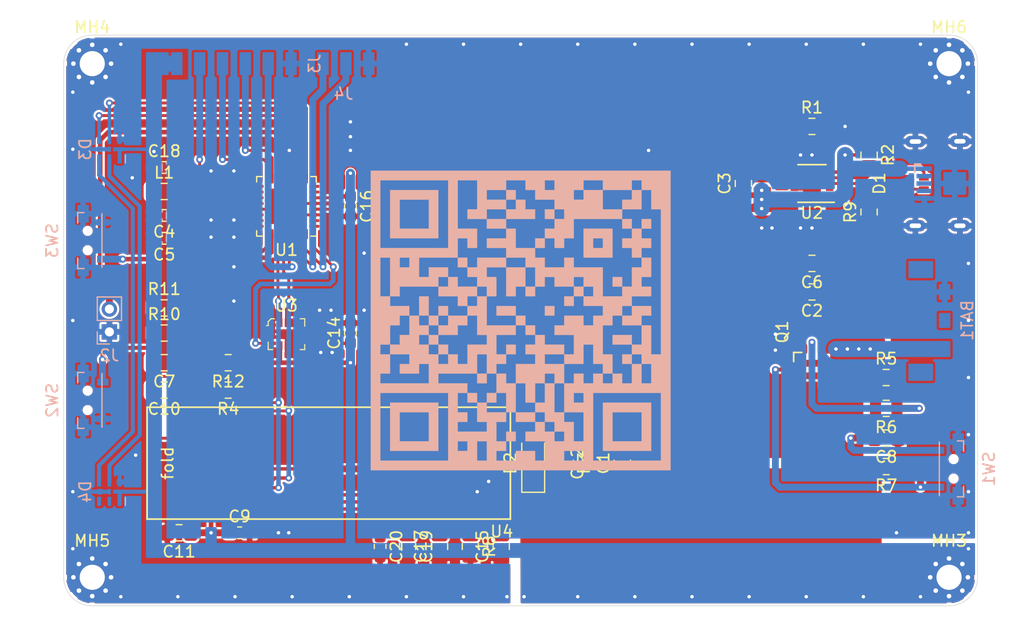
<source format=kicad_pcb>
(kicad_pcb (version 20171130) (host pcbnew 5.1.2)
  (layers (0 F.Cu signal) (31 B.Cu signal) (34 B.Paste user) (35 F.Paste user) (36 B.SilkS user) (37 F.SilkS user) (38 B.Mask user) (39 F.Mask user) (44 Edge.Cuts user))
  (net 0 "")
  (net 1 GND)
  (net 2 +BATT)
  (net 3 VCC)
  (net 4 VBUS)
  (net 5 AVCC)
  (net 6 "Net-(C5-Pad1)")
  (net 7 "Net-(C7-Pad2)")
  (net 8 "Net-(C7-Pad1)")
  (net 9 "Net-(C8-Pad2)")
  (net 10 "Net-(C10-Pad2)")
  (net 11 "Net-(C10-Pad1)")
  (net 12 "Net-(C15-Pad2)")
  (net 13 "Net-(C17-Pad2)")
  (net 14 "Net-(C19-Pad1)")
  (net 15 "Net-(D1-Pad3)")
  (net 16 "Net-(D1-Pad2)")
  (net 17 "Net-(D3-Pad2)")
  (net 18 "Net-(D3-Pad3)")
  (net 19 OC1B)
  (net 20 RESET)
  (net 21 SCK)
  (net 22 MISO)
  (net 23 MOSI)
  (net 24 TX)
  (net 25 RX)
  (net 26 "Net-(Q1-Pad5)")
  (net 27 "Net-(Q1-Pad2)")
  (net 28 "Net-(R1-Pad1)")
  (net 29 "Net-(R2-Pad2)")
  (net 30 "Net-(R8-Pad1)")
  (net 31 "Net-(R9-Pad2)")
  (net 32 PC2)
  (net 33 "Net-(R10-Pad1)")
  (net 34 PC3)
  (net 35 "Net-(R11-Pad1)")
  (net 36 PD5)
  (net 37 PD6)
  (net 38 SCL)
  (net 39 SDA)
  (net 40 PD3)
  (module Resistor_SMD:R_0805_2012Metric (layer F.Cu) (at 54.4 58.7 180)
    (fp_text reference R12 (at 0 -1.65) (layer F.SilkS))
    (fp_text value 10kΩ)
    (pad 2 smd roundrect (at 0.9375 0 180) (size 0.975 1.4) (layers F.Cu F.Paste F.Mask) (net 39 SDA))
    (pad 1 smd roundrect (at -0.9375 0 180) (size 0.975 1.4) (layers F.Cu F.Paste F.Mask) (net 3 VCC))
  )
  (module Resistor_SMD:R_0805_2012Metric (layer F.Cu) (at 54.4 61.1 180)
    (fp_text reference R4 (at 0 -1.65) (layer F.SilkS))
    (fp_text value 10kΩ)
    (pad 2 smd roundrect (at 0.9375 0 180) (size 0.975 1.4) (layers F.Cu F.Paste F.Mask) (net 38 SCL))
    (pad 1 smd roundrect (at -0.9375 0 180) (size 0.975 1.4) (layers F.Cu F.Paste F.Mask) (net 3 VCC))
  )
  (module MountingHole:MountingHole_2.2mm_M2_Pad_Via (layer F.Cu) (at 117.5 32.5)
    (fp_text reference MH6 (at 0 -3.2) (layer F.SilkS))
    (fp_text value GND)
    (pad 1 thru_hole circle (at 1.166726 -1.166726) (size 0.7 0.7) (drill 0.4) (layers *.Cu *.Mask) (net 1 GND))
    (pad 1 thru_hole circle (at 0 -1.65) (size 0.7 0.7) (drill 0.4) (layers *.Cu *.Mask) (net 1 GND))
    (pad 1 thru_hole circle (at -1.166726 -1.166726) (size 0.7 0.7) (drill 0.4) (layers *.Cu *.Mask) (net 1 GND))
    (pad 1 thru_hole circle (at -1.65 0) (size 0.7 0.7) (drill 0.4) (layers *.Cu *.Mask) (net 1 GND))
    (pad 1 thru_hole circle (at -1.166726 1.166726) (size 0.7 0.7) (drill 0.4) (layers *.Cu *.Mask) (net 1 GND))
    (pad 1 thru_hole circle (at 0 1.65) (size 0.7 0.7) (drill 0.4) (layers *.Cu *.Mask) (net 1 GND))
    (pad 1 thru_hole circle (at 1.166726 1.166726) (size 0.7 0.7) (drill 0.4) (layers *.Cu *.Mask) (net 1 GND))
    (pad 1 thru_hole circle (at 1.65 0) (size 0.7 0.7) (drill 0.4) (layers *.Cu *.Mask) (net 1 GND))
    (pad 1 thru_hole circle (at 0 0) (size 4.4 4.4) (drill 2.2) (layers *.Cu *.Mask) (net 1 GND))
  )
  (module MountingHole:MountingHole_2.2mm_M2_Pad_Via (layer F.Cu) (at 42.5 77.5)
    (fp_text reference MH5 (at 0 -3.2) (layer F.SilkS))
    (fp_text value GND)
    (pad 1 thru_hole circle (at 1.166726 -1.166726) (size 0.7 0.7) (drill 0.4) (layers *.Cu *.Mask) (net 1 GND))
    (pad 1 thru_hole circle (at 0 -1.65) (size 0.7 0.7) (drill 0.4) (layers *.Cu *.Mask) (net 1 GND))
    (pad 1 thru_hole circle (at -1.166726 -1.166726) (size 0.7 0.7) (drill 0.4) (layers *.Cu *.Mask) (net 1 GND))
    (pad 1 thru_hole circle (at -1.65 0) (size 0.7 0.7) (drill 0.4) (layers *.Cu *.Mask) (net 1 GND))
    (pad 1 thru_hole circle (at -1.166726 1.166726) (size 0.7 0.7) (drill 0.4) (layers *.Cu *.Mask) (net 1 GND))
    (pad 1 thru_hole circle (at 0 1.65) (size 0.7 0.7) (drill 0.4) (layers *.Cu *.Mask) (net 1 GND))
    (pad 1 thru_hole circle (at 1.166726 1.166726) (size 0.7 0.7) (drill 0.4) (layers *.Cu *.Mask) (net 1 GND))
    (pad 1 thru_hole circle (at 1.65 0) (size 0.7 0.7) (drill 0.4) (layers *.Cu *.Mask) (net 1 GND))
    (pad 1 thru_hole circle (at 0 0) (size 4.4 4.4) (drill 2.2) (layers *.Cu *.Mask) (net 1 GND))
  )
  (module MountingHole:MountingHole_2.2mm_M2_Pad_Via (layer F.Cu) (at 42.5 32.5)
    (fp_text reference MH4 (at 0 -3.2) (layer F.SilkS))
    (fp_text value GND)
    (pad 1 thru_hole circle (at 1.166726 -1.166726) (size 0.7 0.7) (drill 0.4) (layers *.Cu *.Mask) (net 1 GND))
    (pad 1 thru_hole circle (at 0 -1.65) (size 0.7 0.7) (drill 0.4) (layers *.Cu *.Mask) (net 1 GND))
    (pad 1 thru_hole circle (at -1.166726 -1.166726) (size 0.7 0.7) (drill 0.4) (layers *.Cu *.Mask) (net 1 GND))
    (pad 1 thru_hole circle (at -1.65 0) (size 0.7 0.7) (drill 0.4) (layers *.Cu *.Mask) (net 1 GND))
    (pad 1 thru_hole circle (at -1.166726 1.166726) (size 0.7 0.7) (drill 0.4) (layers *.Cu *.Mask) (net 1 GND))
    (pad 1 thru_hole circle (at 0 1.65) (size 0.7 0.7) (drill 0.4) (layers *.Cu *.Mask) (net 1 GND))
    (pad 1 thru_hole circle (at 1.166726 1.166726) (size 0.7 0.7) (drill 0.4) (layers *.Cu *.Mask) (net 1 GND))
    (pad 1 thru_hole circle (at 1.65 0) (size 0.7 0.7) (drill 0.4) (layers *.Cu *.Mask) (net 1 GND))
    (pad 1 thru_hole circle (at 0 0) (size 4.4 4.4) (drill 2.2) (layers *.Cu *.Mask) (net 1 GND))
  )
  (module MountingHole:MountingHole_2.2mm_M2_Pad_Via (layer F.Cu) (at 117.5 77.5)
    (fp_text reference MH3 (at 0 -3.2) (layer F.SilkS))
    (fp_text value VCC)
    (pad 1 thru_hole circle (at 1.166726 -1.166726) (size 0.7 0.7) (drill 0.4) (layers *.Cu *.Mask) (net 3 VCC))
    (pad 1 thru_hole circle (at 0 -1.65) (size 0.7 0.7) (drill 0.4) (layers *.Cu *.Mask) (net 3 VCC))
    (pad 1 thru_hole circle (at -1.166726 -1.166726) (size 0.7 0.7) (drill 0.4) (layers *.Cu *.Mask) (net 3 VCC))
    (pad 1 thru_hole circle (at -1.65 0) (size 0.7 0.7) (drill 0.4) (layers *.Cu *.Mask) (net 3 VCC))
    (pad 1 thru_hole circle (at -1.166726 1.166726) (size 0.7 0.7) (drill 0.4) (layers *.Cu *.Mask) (net 3 VCC))
    (pad 1 thru_hole circle (at 0 1.65) (size 0.7 0.7) (drill 0.4) (layers *.Cu *.Mask) (net 3 VCC))
    (pad 1 thru_hole circle (at 1.166726 1.166726) (size 0.7 0.7) (drill 0.4) (layers *.Cu *.Mask) (net 3 VCC))
    (pad 1 thru_hole circle (at 1.65 0) (size 0.7 0.7) (drill 0.4) (layers *.Cu *.Mask) (net 3 VCC))
    (pad 1 thru_hole circle (at 0 0) (size 4.4 4.4) (drill 2.2) (layers *.Cu *.Mask) (net 3 VCC))
  )
  (module lt_foots:Conn_01x06_SMD_2mm (layer B.Cu) (at 59.9 32.5 90)
    (fp_text reference J3 (at 0 2.06 -90) (layer B.SilkS) (effects (justify mirror)))
    (fp_text value ISP_CONN)
    (pad 6 smd rect (at 0 -10 90) (size 2 1) (layers B.Cu B.Paste B.Mask) (net 3 VCC))
    (pad 5 smd rect (at 0 -8 90) (size 2 1) (layers B.Cu B.Paste B.Mask) (net 21 SCK))
    (pad 4 smd rect (at 0 -6 90) (size 2 1) (layers B.Cu B.Paste B.Mask) (net 22 MISO))
    (pad 3 smd rect (at 0 -4 90) (size 2 1) (layers B.Cu B.Paste B.Mask) (net 23 MOSI))
    (pad 2 smd rect (at 0 -2 90) (size 2 1) (layers B.Cu B.Paste B.Mask) (net 20 RESET))
    (pad 1 smd rect (at 0 0 90) (size 2 1) (layers B.Cu B.Paste B.Mask) (net 1 GND))
  )
  (module lt_foots:logo_dragon_small (layer F.Cu) (at 80 48.9)
    (fp_text reference dragon1 hide)
    (fp_text value logo-dragon hide)
  )
  (module lt_foots:logo_esiderev17 (layer F.Cu) (at 56 77.5)
    (fp_text reference logo2 hide)
    (fp_text value logo_eside_rev17 hide)
  )
  (module lt_foots:OLED_0.86_14pin_i2c (layer F.Cu) (at 65 67.5)
    (fp_text reference U4 (at 13.348671 5.989669) (layer F.SilkS))
    (fp_text value OLED_0.86_14PIN)
    (fp_text user fold (at -15.9 0 270) (layer F.SilkS))
    (pad 14 smd rect (at -9.658537 4.015303) (size 2.5 0.32) (layers F.Cu F.Paste F.Mask) (net 14 "Net-(C19-Pad1)"))
    (pad 13 smd rect (at -9.658537 3.395303) (size 2.5 0.32) (layers F.Cu F.Paste F.Mask) (net 13 "Net-(C17-Pad2)"))
    (pad 12 smd rect (at -9.658537 2.775303) (size 2.5 0.32) (layers F.Cu F.Paste F.Mask) (net 30 "Net-(R8-Pad1)"))
    (pad 11 smd rect (at -9.658537 2.155303) (size 2.5 0.32) (layers F.Cu F.Paste F.Mask) (net 39 SDA))
    (pad 10 smd rect (at -9.658537 1.535303) (size 2.5 0.32) (layers F.Cu F.Paste F.Mask) (net 38 SCL))
    (pad 9 smd rect (at -9.658537 0.915303) (size 2.5 0.32) (layers F.Cu F.Paste F.Mask) (net 12 "Net-(C15-Pad2)"))
    (pad 8 smd rect (at -9.658537 0.295303) (size 2.5 0.32) (layers F.Cu F.Paste F.Mask) (net 3 VCC))
    (pad 7 smd rect (at -9.658537 -0.324697) (size 2.5 0.32) (layers F.Cu F.Paste F.Mask) (net 1 GND))
    (pad 6 smd rect (at -9.658537 -0.944697) (size 2.5 0.32) (layers F.Cu F.Paste F.Mask))
    (pad 5 smd rect (at -9.658537 -1.564697) (size 2.5 0.32) (layers F.Cu F.Paste F.Mask) (net 3 VCC))
    (pad 4 smd rect (at -9.658537 -2.184697) (size 2.5 0.32) (layers F.Cu F.Paste F.Mask) (net 10 "Net-(C10-Pad2)"))
    (pad 3 smd rect (at -9.658537 -2.804697) (size 2.5 0.32) (layers F.Cu F.Paste F.Mask) (net 11 "Net-(C10-Pad1)"))
    (pad 2 smd rect (at -9.658537 -3.424697) (size 2.5 0.32) (layers F.Cu F.Paste F.Mask) (net 7 "Net-(C7-Pad2)"))
    (pad 1 smd rect (at -9.658537 -4.044697) (size 2.5 0.32) (layers F.Cu F.Paste F.Mask) (net 8 "Net-(C7-Pad1)"))
  )
  (module lt_foots:LGA-14L_2.5x3mm__LSM6DS3 (layer F.Cu) (at 59.5 56.2)
    (fp_text reference U3 (at 0 -2.5) (layer F.SilkS))
    (fp_text value LSM6DS3TR)
    (pad 12 smd rect (at 0.5 -1) (size 0.3 0.75) (layers F.Cu F.Paste F.Mask))
    (pad 14 smd rect (at -0.5 -1) (size 0.3 0.75) (layers F.Cu F.Paste F.Mask) (net 39 SDA))
    (pad 13 smd rect (at 0 -1) (size 0.3 0.75) (layers F.Cu F.Paste F.Mask) (net 38 SCL))
    (pad 5 smd rect (at -0.5 1) (size 0.3 0.75) (layers F.Cu F.Paste F.Mask) (net 3 VCC))
    (pad 7 smd rect (at 0.5 1) (size 0.3 0.75) (layers F.Cu F.Paste F.Mask) (net 1 GND))
    (pad 6 smd rect (at 0 1) (size 0.3 0.75) (layers F.Cu F.Paste F.Mask) (net 1 GND))
    (pad 8 smd rect (at 1.25 0.8) (size 0.65 0.3) (layers F.Cu F.Paste F.Mask) (net 3 VCC))
    (pad 9 smd rect (at 1.25 0.25) (size 0.75 0.3) (layers F.Cu F.Paste F.Mask))
    (pad 10 smd rect (at 1.25 -0.25) (size 0.75 0.3) (layers F.Cu F.Paste F.Mask))
    (pad 11 smd rect (at 1.25 -0.8) (size 0.65 0.35) (layers F.Cu F.Paste F.Mask))
    (pad 1 smd rect (at -1.25 -0.8) (size 0.65 0.3) (layers F.Cu F.Paste F.Mask) (net 1 GND))
    (pad 4 smd rect (at -1.25 0.8) (size 0.65 0.3) (layers F.Cu F.Paste F.Mask) (net 40 PD3))
    (pad 3 smd rect (at -1.25 0.25) (size 0.75 0.3) (layers F.Cu F.Paste F.Mask) (net 1 GND))
    (pad 2 smd rect (at -1.25 -0.25) (size 0.75 0.3) (layers F.Cu F.Paste F.Mask) (net 1 GND))
  )
  (module Package_DFN_QFN:DFN-10-1EP_3x3mm_P0.5mm_EP1.55x2.48mm (layer F.Cu) (at 105.5 43 180)
    (fp_text reference U2 (at 0 -2.575) (layer F.SilkS))
    (fp_text value LIPOCHRG_Dio5158_DFN10)
    (pad 11 smd rect (at 0 0 180) (size 1.55 2.48) (layers F.Cu F.Mask) (net 1 GND))
    (pad 10 smd rect (at 1.55 -1 180) (size 0.65 0.3) (layers F.Cu F.Paste F.Mask) (net 4 VBUS))
    (pad 9 smd rect (at 1.55 -0.5 180) (size 0.65 0.3) (layers F.Cu F.Paste F.Mask) (net 1 GND))
    (pad 8 smd rect (at 1.55 0 180) (size 0.65 0.3) (layers F.Cu F.Paste F.Mask))
    (pad 7 smd rect (at 1.55 0.5 180) (size 0.65 0.3) (layers F.Cu F.Paste F.Mask) (net 28 "Net-(R1-Pad1)"))
    (pad 6 smd rect (at 1.55 1 180) (size 0.65 0.3) (layers F.Cu F.Paste F.Mask) (net 1 GND))
    (pad 5 smd rect (at -1.55 1 180) (size 0.65 0.3) (layers F.Cu F.Paste F.Mask) (net 4 VBUS))
    (pad 4 smd rect (at -1.55 0.5 180) (size 0.65 0.3) (layers F.Cu F.Paste F.Mask) (net 29 "Net-(R2-Pad2)"))
    (pad 3 smd rect (at -1.55 0 180) (size 0.65 0.3) (layers F.Cu F.Paste F.Mask) (net 31 "Net-(R9-Pad2)"))
    (pad 2 smd rect (at -1.55 -0.5 180) (size 0.65 0.3) (layers F.Cu F.Paste F.Mask))
    (pad 1 smd rect (at -1.55 -1 180) (size 0.65 0.3) (layers F.Cu F.Paste F.Mask) (net 2 +BATT))
  )
  (module Package_DFN_QFN:QFN-32-1EP_5x5mm_P0.5mm_EP3.1x3.1mm (layer F.Cu) (at 59.5 45 180)
    (fp_text reference U1 (at 0 -3.82) (layer F.SilkS))
    (fp_text value ATmega328-MU)
    (pad 32 smd roundrect (at -1.75 -2.4375 180) (size 0.25 0.875) (layers F.Cu F.Paste F.Mask))
    (pad 31 smd roundrect (at -1.25 -2.4375 180) (size 0.25 0.875) (layers F.Cu F.Paste F.Mask) (net 24 TX))
    (pad 30 smd roundrect (at -0.75 -2.4375 180) (size 0.25 0.875) (layers F.Cu F.Paste F.Mask) (net 25 RX))
    (pad 29 smd roundrect (at -0.25 -2.4375 180) (size 0.25 0.875) (layers F.Cu F.Paste F.Mask) (net 20 RESET))
    (pad 28 smd roundrect (at 0.25 -2.4375 180) (size 0.25 0.875) (layers F.Cu F.Paste F.Mask) (net 38 SCL))
    (pad 27 smd roundrect (at 0.75 -2.4375 180) (size 0.25 0.875) (layers F.Cu F.Paste F.Mask) (net 39 SDA))
    (pad 26 smd roundrect (at 1.25 -2.4375 180) (size 0.25 0.875) (layers F.Cu F.Paste F.Mask) (net 34 PC3))
    (pad 25 smd roundrect (at 1.75 -2.4375 180) (size 0.25 0.875) (layers F.Cu F.Paste F.Mask) (net 32 PC2))
    (pad 24 smd roundrect (at 2.4375 -1.75 180) (size 0.875 0.25) (layers F.Cu F.Paste F.Mask))
    (pad 23 smd roundrect (at 2.4375 -1.25 180) (size 0.875 0.25) (layers F.Cu F.Paste F.Mask))
    (pad 22 smd roundrect (at 2.4375 -0.75 180) (size 0.875 0.25) (layers F.Cu F.Paste F.Mask))
    (pad 21 smd roundrect (at 2.4375 -0.25 180) (size 0.875 0.25) (layers F.Cu F.Paste F.Mask) (net 1 GND))
    (pad 20 smd roundrect (at 2.4375 0.25 180) (size 0.875 0.25) (layers F.Cu F.Paste F.Mask) (net 6 "Net-(C5-Pad1)"))
    (pad 19 smd roundrect (at 2.4375 0.75 180) (size 0.875 0.25) (layers F.Cu F.Paste F.Mask))
    (pad 18 smd roundrect (at 2.4375 1.25 180) (size 0.875 0.25) (layers F.Cu F.Paste F.Mask) (net 5 AVCC))
    (pad 17 smd roundrect (at 2.4375 1.75 180) (size 0.875 0.25) (layers F.Cu F.Paste F.Mask) (net 21 SCK))
    (pad 16 smd roundrect (at 1.75 2.4375 180) (size 0.25 0.875) (layers F.Cu F.Paste F.Mask) (net 22 MISO))
    (pad 15 smd roundrect (at 1.25 2.4375 180) (size 0.25 0.875) (layers F.Cu F.Paste F.Mask) (net 23 MOSI))
    (pad 14 smd roundrect (at 0.75 2.4375 180) (size 0.25 0.875) (layers F.Cu F.Paste F.Mask) (net 19 OC1B))
    (pad 13 smd roundrect (at 0.25 2.4375 180) (size 0.25 0.875) (layers F.Cu F.Paste F.Mask))
    (pad 12 smd roundrect (at -0.25 2.4375 180) (size 0.25 0.875) (layers F.Cu F.Paste F.Mask))
    (pad 11 smd roundrect (at -0.75 2.4375 180) (size 0.25 0.875) (layers F.Cu F.Paste F.Mask))
    (pad 10 smd roundrect (at -1.25 2.4375 180) (size 0.25 0.875) (layers F.Cu F.Paste F.Mask) (net 37 PD6))
    (pad 9 smd roundrect (at -1.75 2.4375 180) (size 0.25 0.875) (layers F.Cu F.Paste F.Mask) (net 36 PD5))
    (pad 8 smd roundrect (at -2.4375 1.75 180) (size 0.875 0.25) (layers F.Cu F.Paste F.Mask))
    (pad 7 smd roundrect (at -2.4375 1.25 180) (size 0.875 0.25) (layers F.Cu F.Paste F.Mask))
    (pad 6 smd roundrect (at -2.4375 0.75 180) (size 0.875 0.25) (layers F.Cu F.Paste F.Mask) (net 3 VCC))
    (pad 5 smd roundrect (at -2.4375 0.25 180) (size 0.875 0.25) (layers F.Cu F.Paste F.Mask) (net 1 GND))
    (pad 4 smd roundrect (at -2.4375 -0.25 180) (size 0.875 0.25) (layers F.Cu F.Paste F.Mask) (net 3 VCC))
    (pad 3 smd roundrect (at -2.4375 -0.75 180) (size 0.875 0.25) (layers F.Cu F.Paste F.Mask) (net 1 GND))
    (pad 2 smd roundrect (at -2.4375 -1.25 180) (size 0.875 0.25) (layers F.Cu F.Paste F.Mask))
    (pad 1 smd roundrect (at -2.4375 -1.75 180) (size 0.875 0.25) (layers F.Cu F.Paste F.Mask) (net 40 PD3))
    (pad 33 smd roundrect (at 0 0 180) (size 3.1 3.1) (layers F.Cu F.Mask) (roundrect_rratio 0.08064499999999999) (net 1 GND))
  )
  (module lt_foots:white_nano_smd_switch (layer B.Cu) (at 41.5 48 270)
    (fp_text reference SW3 (at 0 2.5 270) (layer B.SilkS) (effects (justify mirror)))
    (fp_text value nano_switc_with_mnt_pads)
    (pad 3 smd rect (at 2.35 -0.2 90) (size 1.55 1) (layers B.Cu B.Paste B.Mask) (net 1 GND))
    (pad 3 smd rect (at -2.35 -0.2 90) (size 1.55 1) (layers B.Cu B.Paste B.Mask) (net 1 GND))
    (pad 1 smd rect (at -1.6 -1.925 90) (size 0.6 1) (layers B.Cu B.Paste B.Mask) (net 1 GND))
    (pad 2 smd rect (at 1.625 -1.925 90) (size 0.6 1) (layers B.Cu B.Paste B.Mask) (net 35 "Net-(R11-Pad1)"))
    (pad "" np_thru_hole circle (at -0.85 -0.6 270) (size 0.5 0.5) (drill 0.5) (layers *.Cu))
    (pad "" np_thru_hole circle (at 0.85 -0.6 270) (size 0.5 0.5) (drill 0.5) (layers *.Cu))
  )
  (module lt_foots:white_nano_smd_switch (layer B.Cu) (at 41.5 62 270)
    (fp_text reference SW2 (at 0 2.5 270) (layer B.SilkS) (effects (justify mirror)))
    (fp_text value nano_switc_with_mnt_pads)
    (pad 3 smd rect (at 2.35 -0.2 90) (size 1.55 1) (layers B.Cu B.Paste B.Mask) (net 1 GND))
    (pad 3 smd rect (at -2.35 -0.2 90) (size 1.55 1) (layers B.Cu B.Paste B.Mask) (net 1 GND))
    (pad 1 smd rect (at -1.6 -1.925 90) (size 0.6 1) (layers B.Cu B.Paste B.Mask) (net 33 "Net-(R10-Pad1)"))
    (pad 2 smd rect (at 1.625 -1.925 90) (size 0.6 1) (layers B.Cu B.Paste B.Mask) (net 1 GND))
    (pad "" np_thru_hole circle (at -0.85 -0.6 270) (size 0.5 0.5) (drill 0.5) (layers *.Cu))
    (pad "" np_thru_hole circle (at 0.85 -0.6 270) (size 0.5 0.5) (drill 0.5) (layers *.Cu))
  )
  (module lt_foots:white_nano_smd_switch (layer B.Cu) (at 118.5 68 90)
    (fp_text reference SW1 (at 0 2.5 90) (layer B.SilkS) (effects (justify mirror)))
    (fp_text value nano_switc_with_mnt_pads)
    (pad 3 smd rect (at 2.35 -0.2 270) (size 1.55 1) (layers B.Cu B.Paste B.Mask) (net 1 GND))
    (pad 3 smd rect (at -2.35 -0.2 270) (size 1.55 1) (layers B.Cu B.Paste B.Mask) (net 1 GND))
    (pad 1 smd rect (at -1.6 -1.925 270) (size 0.6 1) (layers B.Cu B.Paste B.Mask) (net 27 "Net-(Q1-Pad2)"))
    (pad 2 smd rect (at 1.625 -1.925 270) (size 0.6 1) (layers B.Cu B.Paste B.Mask) (net 9 "Net-(C8-Pad2)"))
    (pad "" np_thru_hole circle (at -0.85 -0.6 90) (size 0.5 0.5) (drill 0.5) (layers *.Cu))
    (pad "" np_thru_hole circle (at 0.85 -0.6 90) (size 0.5 0.5) (drill 0.5) (layers *.Cu))
  )
  (module Resistor_SMD:R_0805_2012Metric (layer F.Cu) (at 48.8 53.9)
    (fp_text reference R11 (at 0 -1.65) (layer F.SilkS))
    (fp_text value 10kΩ)
    (pad 2 smd roundrect (at 0.9375 0) (size 0.975 1.4) (layers F.Cu F.Paste F.Mask) (net 32 PC2))
    (pad 1 smd roundrect (at -0.9375 0) (size 0.975 1.4) (layers F.Cu F.Paste F.Mask) (net 35 "Net-(R11-Pad1)"))
  )
  (module Resistor_SMD:R_0805_2012Metric (layer F.Cu) (at 48.8 56.1)
    (fp_text reference R10 (at 0 -1.65) (layer F.SilkS))
    (fp_text value 10kΩ)
    (pad 2 smd roundrect (at 0.9375 0) (size 0.975 1.4) (layers F.Cu F.Paste F.Mask) (net 34 PC3))
    (pad 1 smd roundrect (at -0.9375 0) (size 0.975 1.4) (layers F.Cu F.Paste F.Mask) (net 33 "Net-(R10-Pad1)"))
  )
  (module Resistor_SMD:R_0805_2012Metric (layer F.Cu) (at 110.5 45.5 90)
    (fp_text reference R9 (at 0 -1.65 90) (layer F.SilkS))
    (fp_text value 1kΩ)
    (pad 2 smd roundrect (at 0.9375 0 90) (size 0.975 1.4) (layers F.Cu F.Paste F.Mask) (net 31 "Net-(R9-Pad2)"))
    (pad 1 smd roundrect (at -0.9375 0 90) (size 0.975 1.4) (layers F.Cu F.Paste F.Mask) (net 15 "Net-(D1-Pad3)"))
  )
  (module Resistor_SMD:R_0805_2012Metric (layer F.Cu) (at 75.6 74.8 270)
    (fp_text reference R8 (at 0 -1.65 90) (layer F.SilkS))
    (fp_text value 380kΩ)
    (pad 2 smd roundrect (at 0.9375 0 270) (size 0.975 1.4) (layers F.Cu F.Paste F.Mask) (net 1 GND))
    (pad 1 smd roundrect (at -0.9375 0 270) (size 0.975 1.4) (layers F.Cu F.Paste F.Mask) (net 30 "Net-(R8-Pad1)"))
  )
  (module Resistor_SMD:R_0805_2012Metric (layer F.Cu) (at 112 67.8 180)
    (fp_text reference R7 (at 0 -1.65) (layer F.SilkS))
    (fp_text value 10kΩ)
    (pad 2 smd roundrect (at 0.9375 0 180) (size 0.975 1.4) (layers F.Cu F.Paste F.Mask) (net 3 VCC))
    (pad 1 smd roundrect (at -0.9375 0 180) (size 0.975 1.4) (layers F.Cu F.Paste F.Mask) (net 27 "Net-(Q1-Pad2)"))
  )
  (module Resistor_SMD:R_0805_2012Metric (layer F.Cu) (at 112 62.7 180)
    (fp_text reference R6 (at 0 -1.65) (layer F.SilkS))
    (fp_text value 100kΩ)
    (pad 2 smd roundrect (at 0.9375 0 180) (size 0.975 1.4) (layers F.Cu F.Paste F.Mask) (net 9 "Net-(C8-Pad2)"))
    (pad 1 smd roundrect (at -0.9375 0 180) (size 0.975 1.4) (layers F.Cu F.Paste F.Mask) (net 26 "Net-(Q1-Pad5)"))
  )
  (module Resistor_SMD:R_0805_2012Metric (layer F.Cu) (at 112 60)
    (fp_text reference R5 (at 0 -1.65) (layer F.SilkS))
    (fp_text value 10kΩ)
    (pad 2 smd roundrect (at 0.9375 0) (size 0.975 1.4) (layers F.Cu F.Paste F.Mask) (net 26 "Net-(Q1-Pad5)"))
    (pad 1 smd roundrect (at -0.9375 0) (size 0.975 1.4) (layers F.Cu F.Paste F.Mask) (net 2 +BATT))
  )
  (module Resistor_SMD:R_0805_2012Metric (layer F.Cu) (at 83.9 67.5 270)
    (fp_text reference R3 (at 0 -1.65 90) (layer F.SilkS))
    (fp_text value 4.7kΩ)
    (pad 2 smd roundrect (at 0.9375 0 270) (size 0.975 1.4) (layers F.Cu F.Paste F.Mask) (net 3 VCC))
    (pad 1 smd roundrect (at -0.9375 0 270) (size 0.975 1.4) (layers F.Cu F.Paste F.Mask) (net 12 "Net-(C15-Pad2)"))
  )
  (module Resistor_SMD:R_0805_2012Metric (layer F.Cu) (at 110.5 40.5 270)
    (fp_text reference R2 (at 0 -1.65 90) (layer F.SilkS))
    (fp_text value 1kΩ)
    (pad 2 smd roundrect (at 0.9375 0 270) (size 0.975 1.4) (layers F.Cu F.Paste F.Mask) (net 29 "Net-(R2-Pad2)"))
    (pad 1 smd roundrect (at -0.9375 0 270) (size 0.975 1.4) (layers F.Cu F.Paste F.Mask) (net 16 "Net-(D1-Pad2)"))
  )
  (module Resistor_SMD:R_0805_2012Metric (layer F.Cu) (at 105.5 38)
    (fp_text reference R1 (at 0 -1.65) (layer F.SilkS))
    (fp_text value 1.2kΩ)
    (pad 2 smd roundrect (at 0.9375 0) (size 0.975 1.4) (layers F.Cu F.Paste F.Mask) (net 1 GND))
    (pad 1 smd roundrect (at -0.9375 0) (size 0.975 1.4) (layers F.Cu F.Paste F.Mask) (net 28 "Net-(R1-Pad1)"))
  )
  (module "lt_foots:U-DFN2020-6 (Type B)" (layer F.Cu) (at 105.5 59.3 270)
    (fp_text reference Q1 (at -3.3 2.6 270) (layer F.SilkS))
    (fp_text value DMC1030UFDBQ)
    (pad 8 smd rect (at 0.55 0 90) (size 0.6 1) (layers F.Cu F.Paste F.Mask) (net 3 VCC))
    (pad 4 smd rect (at 0.65 -0.95 90) (size 0.35 0.5) (layers F.Cu F.Paste F.Mask) (net 2 +BATT))
    (pad 5 smd rect (at 0 -0.95 90) (size 0.35 0.5) (layers F.Cu F.Paste F.Mask) (net 26 "Net-(Q1-Pad5)"))
    (pad 6 smd rect (at -0.65 -0.95 90) (size 0.35 0.5) (layers F.Cu F.Paste F.Mask) (net 26 "Net-(Q1-Pad5)"))
    (pad 3 smd rect (at 0.65 0.95 90) (size 0.35 0.5) (layers F.Cu F.Paste F.Mask) (net 3 VCC))
    (pad 2 smd rect (at 0 0.95 90) (size 0.35 0.5) (layers F.Cu F.Paste F.Mask) (net 27 "Net-(Q1-Pad2)"))
    (pad 1 smd rect (at -0.65 0.95 90) (size 0.35 0.5) (layers F.Cu F.Paste F.Mask) (net 1 GND))
    (pad 7 smd rect (at -0.55 0 90) (size 0.6 1) (layers F.Cu F.Paste F.Mask) (net 26 "Net-(Q1-Pad5)"))
  )
  (module lt_foots:cc-by-sa (layer F.Cu) (at 106 32.5)
    (fp_text reference logo3 hide)
    (fp_text value logo-cc-by-sa hide)
  )
  (module lt_foots:logo_QR-tag_rev16 (layer B.Cu) (at 80 55)
    (fp_text reference logo1 hide)
    (fp_text value logo_contact hide)
  )
  (module Inductor_SMD:L_0805_2012Metric_Pad1.15x1.40mm_HandSolder (layer F.Cu) (at 48.8 43.7)
    (fp_text reference L1 (at 0 -1.65) (layer F.SilkS))
    (fp_text value 10µH)
    (pad 2 smd roundrect (at 1.025 0) (size 1.15 1.4) (layers F.Cu F.Paste F.Mask) (roundrect_rratio 0.217391) (net 5 AVCC))
    (pad 1 smd roundrect (at -1.025 0) (size 1.15 1.4) (layers F.Cu F.Paste F.Mask) (roundrect_rratio 0.217391) (net 3 VCC))
  )
  (module lt_foots:01x03_smd_1mmx2mm_pad (layer B.Cu) (at 64.7 32.5 180)
    (fp_text reference J4 (at 0.2 -2.65) (layer B.SilkS) (effects (justify mirror)))
    (fp_text value Conn_SER)
    (pad 3 smd rect (at 2 0 180) (size 1 2) (layers B.Cu B.Paste B.Mask) (net 25 RX))
    (pad 2 smd rect (at 0 0 180) (size 1 2) (layers B.Cu B.Paste B.Mask) (net 24 TX))
    (pad 1 smd rect (at -2 0 180) (size 1 2) (layers B.Cu B.Paste B.Mask) (net 1 GND))
  )
  (module Connector_PinHeader_2.00mm:PinHeader_1x02_P2.00mm_Vertical (layer B.Cu) (at 44 56)
    (fp_text reference J2 (at 0 2.06) (layer B.SilkS) (effects (justify mirror)))
    (fp_text value Conn_OC1B-TEMP)
    (pad 2 thru_hole oval (at 0 -2) (size 1.35 1.35) (drill 0.8) (layers *.Cu *.Mask) (net 19 OC1B))
    (pad 1 thru_hole rect (at 0 0) (size 1.35 1.35) (drill 0.8) (layers *.Cu *.Mask) (net 1 GND))
  )
  (module lt_foots:Conn_USBmicro-B_ebay-side_TH_GROUND (layer B.Cu) (at 118 43 270)
    (fp_text reference J1)
    (fp_text value USB_B_Micro)
    (pad 5 smd rect (at 1.3 2.675 270) (size 0.4 1.35) (layers B.Cu B.Paste B.Mask) (net 1 GND))
    (pad 4 smd rect (at 0.65 2.675 270) (size 0.4 1.35) (layers B.Cu B.Paste B.Mask))
    (pad 3 smd rect (at 0 2.675 270) (size 0.4 1.35) (layers B.Cu B.Paste B.Mask))
    (pad 2 smd rect (at -0.65 2.675 270) (size 0.4 1.35) (layers B.Cu B.Paste B.Mask))
    (pad 1 smd rect (at -1.3 2.675 270) (size 0.4 1.35) (layers B.Cu B.Paste B.Mask) (net 4 VBUS))
    (pad 6 thru_hole oval (at 3.7 -0.45 270) (size 1 1.8) (drill oval 0.4 1) (layers *.Cu *.Mask B.Paste) (net 1 GND))
    (pad 5 smd rect (at 0 0 270) (size 2 2) (layers B.Cu B.Paste B.Mask) (net 1 GND))
    (pad 6 thru_hole oval (at -3.7 -0.45 270) (size 1 1.8) (drill oval 0.4 1) (layers *.Cu *.Mask B.Paste) (net 1 GND))
    (pad 6 thru_hole oval (at 3.7 3.45 270) (size 1 1.8) (drill oval 0.4 1) (layers *.Cu *.Mask B.Paste) (net 1 GND))
    (pad 6 thru_hole oval (at -3.675 3.45 270) (size 1 1.8) (drill oval 0.4 1) (layers *.Cu *.Mask B.Paste) (net 1 GND))
  )
  (module lt_foots:LED-APA102-2020 (layer B.Cu) (at 44 70 90)
    (fp_text reference D4 (at 0 -2.11 90) (layer B.SilkS) (effects (justify mirror)))
    (fp_text value APA102-2020)
    (pad 1 smd rect (at -0.85 0.9 90) (size 0.8 0.35) (layers B.Cu B.Paste B.Mask) (net 3 VCC))
    (pad 2 smd rect (at -0.85 0 90) (size 0.8 0.3) (layers B.Cu B.Paste B.Mask))
    (pad 3 smd rect (at -0.85 -0.9 90) (size 0.8 0.35) (layers B.Cu B.Paste B.Mask))
    (pad 5 smd rect (at 0.85 0 90) (size 0.8 0.3) (layers B.Cu B.Paste B.Mask) (net 17 "Net-(D3-Pad2)"))
    (pad 4 smd rect (at 0.85 -0.9 90) (size 0.8 0.35) (layers B.Cu B.Paste B.Mask) (net 18 "Net-(D3-Pad3)"))
    (pad 6 smd rect (at 0.85 0.9 90) (size 0.8 0.35) (layers B.Cu B.Paste B.Mask) (net 1 GND))
    (pad 1 smd rect (at 0 0.83) (size 1 0.35) (layers B.Cu B.Paste B.Mask) (net 3 VCC))
    (pad 6 smd rect (at 0 -0.85) (size 1 0.35) (layers B.Cu B.Paste B.Mask) (net 1 GND))
  )
  (module lt_foots:LED-APA102-2020 (layer B.Cu) (at 44 40 90)
    (fp_text reference D3 (at 0 -2.11 270) (layer B.SilkS) (effects (justify mirror)))
    (fp_text value APA102-2020)
    (pad 1 smd rect (at -0.85 0.9 90) (size 0.8 0.35) (layers B.Cu B.Paste B.Mask) (net 3 VCC))
    (pad 2 smd rect (at -0.85 0 90) (size 0.8 0.3) (layers B.Cu B.Paste B.Mask) (net 17 "Net-(D3-Pad2)"))
    (pad 3 smd rect (at -0.85 -0.9 90) (size 0.8 0.35) (layers B.Cu B.Paste B.Mask) (net 18 "Net-(D3-Pad3)"))
    (pad 5 smd rect (at 0.85 0 90) (size 0.8 0.3) (layers B.Cu B.Paste B.Mask) (net 36 PD5))
    (pad 4 smd rect (at 0.85 -0.9 90) (size 0.8 0.35) (layers B.Cu B.Paste B.Mask) (net 37 PD6))
    (pad 6 smd rect (at 0.85 0.9 90) (size 0.8 0.35) (layers B.Cu B.Paste B.Mask) (net 1 GND))
    (pad 1 smd rect (at 0 0.83) (size 1 0.35) (layers B.Cu B.Paste B.Mask) (net 3 VCC))
    (pad 6 smd rect (at 0 -0.85) (size 1 0.35) (layers B.Cu B.Paste B.Mask) (net 1 GND))
  )
  (module Diode_SMD:D_MiniMELF (layer F.Cu) (at 81.1 67.5 90)
    (fp_text reference D2 (at 0 -2 90) (layer F.SilkS))
    (fp_text value LL4148)
    (pad 2 smd rect (at 1.75 0 90) (size 1.3 1.7) (layers F.Cu F.Paste F.Mask) (net 12 "Net-(C15-Pad2)"))
    (pad 1 smd rect (at -1.75 0 90) (size 1.3 1.7) (layers F.Cu F.Paste F.Mask) (net 3 VCC))
  )
  (module lt_foots:LED_BARG_1.4x1.5mm (layer F.Cu) (at 114.6 43 270)
    (fp_text reference D1 (at 0 3.2 90) (layer F.SilkS))
    (fp_text value LED_ARGB)
    (pad 4 smd rect (at 0.5 0.7) (size 0.85 0.5) (layers F.Cu F.Paste F.Mask) (net 15 "Net-(D1-Pad3)"))
    (pad 3 smd rect (at 0.5 -0.7) (size 0.85 0.5) (layers F.Cu F.Paste F.Mask) (net 15 "Net-(D1-Pad3)"))
    (pad 2 smd rect (at -0.5 -0.7) (size 0.85 0.5) (layers F.Cu F.Paste F.Mask) (net 16 "Net-(D1-Pad2)"))
    (pad 1 smd rect (at -0.5 0.7) (size 0.85 0.5) (layers F.Cu F.Paste F.Mask) (net 4 VBUS))
  )
  (module Capacitor_SMD:C_0603_1608Metric_Pad1.05x0.95mm_HandSolder (layer F.Cu) (at 67.7 74.8 270)
    (fp_text reference C20 (at 0 -1.43 90) (layer F.SilkS))
    (fp_text value 100nF)
    (pad 2 smd roundrect (at 0.875 0 270) (size 1.05 0.95) (layers F.Cu F.Paste F.Mask) (net 1 GND))
    (pad 1 smd roundrect (at -0.875 0 270) (size 1.05 0.95) (layers F.Cu F.Paste F.Mask) (net 14 "Net-(C19-Pad1)"))
  )
  (module Capacitor_SMD:C_0805_2012Metric_Pad1.15x1.40mm_HandSolder (layer F.Cu) (at 70.1 74.8 270)
    (fp_text reference C19 (at 0 -1.65 90) (layer F.SilkS))
    (fp_text value 4.7µF)
    (pad 2 smd roundrect (at 1.025 0 270) (size 1.15 1.4) (layers F.Cu F.Paste F.Mask) (roundrect_rratio 0.217391) (net 1 GND))
    (pad 1 smd roundrect (at -1.025 0 270) (size 1.15 1.4) (layers F.Cu F.Paste F.Mask) (roundrect_rratio 0.217391) (net 14 "Net-(C19-Pad1)"))
  )
  (module Capacitor_SMD:C_0603_1608Metric_Pad1.05x0.95mm_HandSolder (layer F.Cu) (at 48.8 41.6)
    (fp_text reference C18 (at 0 -1.43) (layer F.SilkS))
    (fp_text value 100nF)
    (pad 2 smd roundrect (at 0.875 0) (size 1.05 0.95) (layers F.Cu F.Paste F.Mask) (net 1 GND))
    (pad 1 smd roundrect (at -0.875 0) (size 1.05 0.95) (layers F.Cu F.Paste F.Mask) (net 3 VCC))
  )
  (module Capacitor_SMD:C_0805_2012Metric_Pad1.15x1.40mm_HandSolder (layer F.Cu) (at 72.9 74.8 90)
    (fp_text reference C17 (at 0 -1.65 90) (layer F.SilkS))
    (fp_text value 2.2µF)
    (pad 2 smd roundrect (at 1.025 0 90) (size 1.15 1.4) (layers F.Cu F.Paste F.Mask) (roundrect_rratio 0.217391) (net 13 "Net-(C17-Pad2)"))
    (pad 1 smd roundrect (at -1.025 0 90) (size 1.15 1.4) (layers F.Cu F.Paste F.Mask) (roundrect_rratio 0.217391) (net 1 GND))
  )
  (module Capacitor_SMD:C_0603_1608Metric_Pad1.05x0.95mm_HandSolder (layer F.Cu) (at 65.1 45 270)
    (fp_text reference C16 (at 0 -1.43 90) (layer F.SilkS))
    (fp_text value "100 nF")
    (pad 2 smd roundrect (at 0.875 0 270) (size 1.05 0.95) (layers F.Cu F.Paste F.Mask) (net 1 GND))
    (pad 1 smd roundrect (at -0.875 0 270) (size 1.05 0.95) (layers F.Cu F.Paste F.Mask) (net 3 VCC))
  )
  (module Capacitor_SMD:C_0805_2012Metric_Pad1.15x1.40mm_HandSolder (layer F.Cu) (at 78.3 74.8 90)
    (fp_text reference C15 (at 0 -1.65 90) (layer F.SilkS))
    (fp_text value 4.7µF)
    (pad 2 smd roundrect (at 1.025 0 90) (size 1.15 1.4) (layers F.Cu F.Paste F.Mask) (roundrect_rratio 0.217391) (net 12 "Net-(C15-Pad2)"))
    (pad 1 smd roundrect (at -1.025 0 90) (size 1.15 1.4) (layers F.Cu F.Paste F.Mask) (roundrect_rratio 0.217391) (net 1 GND))
  )
  (module Capacitor_SMD:C_0603_1608Metric_Pad1.05x0.95mm_HandSolder (layer F.Cu) (at 65.1 56.1 90)
    (fp_text reference C14 (at 0 -1.43 90) (layer F.SilkS))
    (fp_text value 100nF)
    (pad 2 smd roundrect (at 0.875 0 90) (size 1.05 0.95) (layers F.Cu F.Paste F.Mask) (net 1 GND))
    (pad 1 smd roundrect (at -0.875 0 90) (size 1.05 0.95) (layers F.Cu F.Paste F.Mask) (net 3 VCC))
  )
  (module Capacitor_SMD:C_0603_1608Metric_Pad1.05x0.95mm_HandSolder (layer F.Cu) (at 86.4 67.5 90)
    (fp_text reference C12 (at 0 -1.43 90) (layer F.SilkS))
    (fp_text value 100nF)
    (pad 2 smd roundrect (at 0.875 0 90) (size 1.05 0.95) (layers F.Cu F.Paste F.Mask) (net 1 GND))
    (pad 1 smd roundrect (at -0.875 0 90) (size 1.05 0.95) (layers F.Cu F.Paste F.Mask) (net 3 VCC))
  )
  (module Capacitor_SMD:C_0805_2012Metric_Pad1.15x1.40mm_HandSolder (layer F.Cu) (at 50.1 73.6 180)
    (fp_text reference C11 (at 0 -1.65) (layer F.SilkS))
    (fp_text value 10µF)
    (pad 2 smd roundrect (at 1.025 0 180) (size 1.15 1.4) (layers F.Cu F.Paste F.Mask) (roundrect_rratio 0.217391) (net 1 GND))
    (pad 1 smd roundrect (at -1.025 0 180) (size 1.15 1.4) (layers F.Cu F.Paste F.Mask) (roundrect_rratio 0.217391) (net 3 VCC))
  )
  (module Capacitor_SMD:C_0805_2012Metric_Pad1.15x1.40mm_HandSolder (layer F.Cu) (at 48.8 61.1 180)
    (fp_text reference C10 (at 0 -1.65) (layer F.SilkS))
    (fp_text value 1µF)
    (pad 2 smd roundrect (at 1.025 0 180) (size 1.15 1.4) (layers F.Cu F.Paste F.Mask) (roundrect_rratio 0.217391) (net 10 "Net-(C10-Pad2)"))
    (pad 1 smd roundrect (at -1.025 0 180) (size 1.15 1.4) (layers F.Cu F.Paste F.Mask) (roundrect_rratio 0.217391) (net 11 "Net-(C10-Pad1)"))
  )
  (module Capacitor_SMD:C_0603_1608Metric_Pad1.05x0.95mm_HandSolder (layer F.Cu) (at 55.4 73.6)
    (fp_text reference C9 (at 0 -1.43) (layer F.SilkS))
    (fp_text value 100nF)
    (pad 2 smd roundrect (at 0.875 0) (size 1.05 0.95) (layers F.Cu F.Paste F.Mask) (net 1 GND))
    (pad 1 smd roundrect (at -0.875 0) (size 1.05 0.95) (layers F.Cu F.Paste F.Mask) (net 3 VCC))
  )
  (module Capacitor_SMD:C_0805_2012Metric_Pad1.15x1.40mm_HandSolder (layer F.Cu) (at 112 65.3 180)
    (fp_text reference C8 (at 0 -1.65) (layer F.SilkS))
    (fp_text value 1µF)
    (pad 2 smd roundrect (at 1.025 0 180) (size 1.15 1.4) (layers F.Cu F.Paste F.Mask) (roundrect_rratio 0.217391) (net 9 "Net-(C8-Pad2)"))
    (pad 1 smd roundrect (at -1.025 0 180) (size 1.15 1.4) (layers F.Cu F.Paste F.Mask) (roundrect_rratio 0.217391) (net 1 GND))
  )
  (module Capacitor_SMD:C_0805_2012Metric_Pad1.15x1.40mm_HandSolder (layer F.Cu) (at 48.8 58.7 180)
    (fp_text reference C7 (at 0 -1.65) (layer F.SilkS))
    (fp_text value 1µF)
    (pad 2 smd roundrect (at 1.025 0 180) (size 1.15 1.4) (layers F.Cu F.Paste F.Mask) (roundrect_rratio 0.217391) (net 7 "Net-(C7-Pad2)"))
    (pad 1 smd roundrect (at -1.025 0 180) (size 1.15 1.4) (layers F.Cu F.Paste F.Mask) (roundrect_rratio 0.217391) (net 8 "Net-(C7-Pad1)"))
  )
  (module Capacitor_SMD:C_0805_2012Metric_Pad1.15x1.40mm_HandSolder (layer F.Cu) (at 105.5 50 180)
    (fp_text reference C6 (at 0 -1.65) (layer F.SilkS))
    (fp_text value 10µF)
    (pad 2 smd roundrect (at 1.025 0 180) (size 1.15 1.4) (layers F.Cu F.Paste F.Mask) (roundrect_rratio 0.217391) (net 1 GND))
    (pad 1 smd roundrect (at -1.025 0 180) (size 1.15 1.4) (layers F.Cu F.Paste F.Mask) (roundrect_rratio 0.217391) (net 2 +BATT))
  )
  (module Capacitor_SMD:C_0603_1608Metric_Pad1.05x0.95mm_HandSolder (layer F.Cu) (at 48.8 47.8 180)
    (fp_text reference C5 (at 0 -1.43) (layer F.SilkS))
    (fp_text value 100nF)
    (pad 2 smd roundrect (at 0.875 0 180) (size 1.05 0.95) (layers F.Cu F.Paste F.Mask) (net 1 GND))
    (pad 1 smd roundrect (at -0.875 0 180) (size 1.05 0.95) (layers F.Cu F.Paste F.Mask) (net 6 "Net-(C5-Pad1)"))
  )
  (module Capacitor_SMD:C_0603_1608Metric_Pad1.05x0.95mm_HandSolder (layer F.Cu) (at 48.8 45.8 180)
    (fp_text reference C4 (at 0 -1.43) (layer F.SilkS))
    (fp_text value 100nF)
    (pad 2 smd roundrect (at 0.875 0 180) (size 1.05 0.95) (layers F.Cu F.Paste F.Mask) (net 1 GND))
    (pad 1 smd roundrect (at -0.875 0 180) (size 1.05 0.95) (layers F.Cu F.Paste F.Mask) (net 5 AVCC))
  )
  (module Capacitor_SMD:C_0805_2012Metric_Pad1.15x1.40mm_HandSolder (layer F.Cu) (at 99.5 43 90)
    (fp_text reference C3 (at 0 -1.65 90) (layer F.SilkS))
    (fp_text value 10µF)
    (pad 2 smd roundrect (at 1.025 0 90) (size 1.15 1.4) (layers F.Cu F.Paste F.Mask) (roundrect_rratio 0.217391) (net 1 GND))
    (pad 1 smd roundrect (at -1.025 0 90) (size 1.15 1.4) (layers F.Cu F.Paste F.Mask) (roundrect_rratio 0.217391) (net 4 VBUS))
  )
  (module Capacitor_SMD:C_0805_2012Metric_Pad1.15x1.40mm_HandSolder (layer F.Cu) (at 105.5 52.5 180)
    (fp_text reference C2 (at 0 -1.65) (layer F.SilkS))
    (fp_text value 10µF)
    (pad 2 smd roundrect (at 1.025 0 180) (size 1.15 1.4) (layers F.Cu F.Paste F.Mask) (roundrect_rratio 0.217391) (net 1 GND))
    (pad 1 smd roundrect (at -1.025 0 180) (size 1.15 1.4) (layers F.Cu F.Paste F.Mask) (roundrect_rratio 0.217391) (net 2 +BATT))
  )
  (module Capacitor_SMD:C_0805_2012Metric_Pad1.15x1.40mm_HandSolder (layer F.Cu) (at 88.9 67.5 90)
    (fp_text reference C1 (at 0 -1.65 90) (layer F.SilkS))
    (fp_text value 10µF)
    (pad 2 smd roundrect (at 1.025 0 90) (size 1.15 1.4) (layers F.Cu F.Paste F.Mask) (roundrect_rratio 0.217391) (net 1 GND))
    (pad 1 smd roundrect (at -1.025 0 90) (size 1.15 1.4) (layers F.Cu F.Paste F.Mask) (roundrect_rratio 0.217391) (net 3 VCC))
  )
  (module lt_foots:CONN_AVX_RT_ANGLE_3pin_2.5mm_pitch (layer B.Cu) (at 115 55 270)
    (fp_text reference BAT1 (at 0 -4.1 90) (layer B.SilkS) (effects (justify mirror)))
    (fp_text value BST-41)
    (pad 1 smd rect (at -2.5 -2.117919 90) (size 1.4 1) (layers B.Cu B.Paste B.Mask) (net 1 GND))
    (pad 2 smd rect (at 0 -2.117919 90) (size 1.3 1) (layers B.Cu B.Paste B.Mask))
    (pad "" smd rect (at 4.538069 -0.017919 90) (size 1.5 2.15) (layers B.Cu B.Paste B.Mask))
    (pad 3 smd rect (at 2.5 -2.117919 90) (size 1.4 1) (layers B.Cu B.Paste B.Mask) (net 2 +BATT))
    (pad "" smd rect (at -4.461931 -0.017919 90) (size 1.5 2.15) (layers B.Cu B.Paste B.Mask))
  )
  (gr_arc (start 42.5 77.5) (end 40 77.5) (angle -90) (layer Edge.Cuts) (width 0.05))
  (gr_arc (start 117.5 77.5) (end 117.5 80) (angle -90) (layer Edge.Cuts) (width 0.05))
  (gr_arc (start 117.5 32.5) (end 120 32.5) (angle -90) (layer Edge.Cuts) (width 0.05))
  (gr_arc (start 42.5 32.5) (end 42.5 30) (angle -90) (layer Edge.Cuts) (width 0.05))
  (gr_line (start 40 77.5) (end 40 32.5) (layer Edge.Cuts) (width 0.05))
  (gr_line (start 117.5 80) (end 42.5 80) (layer Edge.Cuts) (width 0.05))
  (gr_line (start 120 32.5) (end 120 77.5) (layer Edge.Cuts) (width 0.05))
  (gr_line (start 42.5 30) (end 117.5 30) (layer Edge.Cuts) (width 0.05))
  (segment (start 105 43.5) (end 105.5 43) (width 0.25) (layer F.Cu) (net 1))
  (segment (start 103.95 43.5) (end 105 43.5) (width 0.25) (layer F.Cu) (net 1))
  (segment (start 59.75 44.75) (end 59.5 45) (width 0.25) (layer F.Cu) (net 1))
  (segment (start 61.9375 44.75) (end 59.75 44.75) (width 0.25) (layer F.Cu) (net 1))
  (segment (start 59.25 45.25) (end 59.5 45) (width 0.25) (layer F.Cu) (net 1))
  (segment (start 57.0625 45.25) (end 59.25 45.25) (width 0.25) (layer F.Cu) (net 1))
  (segment (start 43.1 39.93) (end 43.17 40) (width 0.25) (layer B.Cu) (net 1))
  (via (at 46.3 66.8) (size 0.6) (drill 0.3) (layers F.Cu B.Cu) (net 1))
  (via (at 63.4 54.1) (size 0.6) (drill 0.3) (layers F.Cu B.Cu) (net 1))
  (via (at 62.4 54.1) (size 0.6) (drill 0.3) (layers F.Cu B.Cu) (net 1))
  (via (at 52.9 41.9) (size 0.6) (drill 0.3) (layers F.Cu B.Cu) (net 1))
  (via (at 54.9 41.9) (size 0.6) (drill 0.3) (layers F.Cu B.Cu) (net 1))
  (via (at 65.1 40.1) (size 0.6) (drill 0.3) (layers F.Cu B.Cu) (net 1))
  (via (at 54.9 46.2) (size 0.6) (drill 0.3) (layers F.Cu B.Cu) (net 1))
  (via (at 52.9 46.2) (size 0.6) (drill 0.3) (layers F.Cu B.Cu) (net 1))
  (via (at 54.9 47.7) (size 0.6) (drill 0.3) (layers F.Cu B.Cu) (net 1))
  (via (at 52.9 47.7) (size 0.6) (drill 0.3) (layers F.Cu B.Cu) (net 1))
  (via (at 65.1 38.9) (size 0.6) (drill 0.3) (layers F.Cu B.Cu) (net 1))
  (via (at 45 79.2) (size 0.6) (drill 0.3) (layers F.Cu B.Cu) (net 1))
  (via (at 50 79.2) (size 0.6) (drill 0.3) (layers F.Cu B.Cu) (net 1))
  (via (at 55 79.2) (size 0.6) (drill 0.3) (layers F.Cu B.Cu) (net 1))
  (via (at 60 79.2) (size 0.6) (drill 0.3) (layers F.Cu B.Cu) (net 1))
  (via (at 65 79.2) (size 0.6) (drill 0.3) (layers F.Cu B.Cu) (net 1))
  (via (at 70 79.2) (size 0.6) (drill 0.3) (layers F.Cu B.Cu) (net 1))
  (via (at 75 79.2) (size 0.6) (drill 0.3) (layers F.Cu B.Cu) (net 1))
  (via (at 78.8 79.2) (size 0.6) (drill 0.3) (layers F.Cu B.Cu) (net 1))
  (via (at 40.8 75) (size 0.6) (drill 0.3) (layers F.Cu B.Cu) (net 1))
  (via (at 40.8 70) (size 0.6) (drill 0.3) (layers F.Cu B.Cu) (net 1))
  (via (at 40.8 55) (size 0.6) (drill 0.3) (layers F.Cu B.Cu) (net 1))
  (via (at 40.8 40) (size 0.6) (drill 0.3) (layers F.Cu B.Cu) (net 1))
  (via (at 40.8 35) (size 0.6) (drill 0.3) (layers F.Cu B.Cu) (net 1))
  (via (at 45 30.8) (size 0.6) (drill 0.3) (layers F.Cu B.Cu) (net 1))
  (via (at 70 30.8) (size 0.6) (drill 0.3) (layers F.Cu B.Cu) (net 1))
  (via (at 75 30.8) (size 0.6) (drill 0.3) (layers F.Cu B.Cu) (net 1))
  (via (at 80 30.8) (size 0.6) (drill 0.3) (layers F.Cu B.Cu) (net 1))
  (via (at 85 30.8) (size 0.6) (drill 0.3) (layers F.Cu B.Cu) (net 1))
  (via (at 90 30.8) (size 0.6) (drill 0.3) (layers F.Cu B.Cu) (net 1))
  (via (at 95 30.8) (size 0.6) (drill 0.3) (layers F.Cu B.Cu) (net 1))
  (via (at 100 30.8) (size 0.6) (drill 0.3) (layers F.Cu B.Cu) (net 1))
  (via (at 105 30.8) (size 0.6) (drill 0.3) (layers F.Cu B.Cu) (net 1))
  (via (at 110 30.8) (size 0.6) (drill 0.3) (layers F.Cu B.Cu) (net 1))
  (via (at 115 30.8) (size 0.6) (drill 0.3) (layers F.Cu B.Cu) (net 1))
  (via (at 119.2 35) (size 0.6) (drill 0.3) (layers F.Cu B.Cu) (net 1))
  (via (at 119.2 50) (size 0.6) (drill 0.3) (layers F.Cu B.Cu) (net 1))
  (via (at 119.2 55) (size 0.6) (drill 0.3) (layers F.Cu B.Cu) (net 1))
  (via (at 119.2 60) (size 0.6) (drill 0.3) (layers F.Cu B.Cu) (net 1))
  (via (at 119.2 65) (size 0.6) (drill 0.3) (layers F.Cu B.Cu) (net 1))
  (via (at 119.2 70) (size 0.6) (drill 0.3) (layers F.Cu B.Cu) (net 1))
  (via (at 119.2 73.6) (size 0.6) (drill 0.3) (layers F.Cu B.Cu) (net 1))
  (via (at 102.3 57.6) (size 0.6) (drill 0.3) (layers F.Cu B.Cu) (net 1))
  (via (at 102.3 56.2) (size 0.6) (drill 0.3) (layers F.Cu B.Cu) (net 1))
  (via (at 105.5 46.9) (size 0.6) (drill 0.3) (layers F.Cu B.Cu) (net 1))
  (via (at 104.5 46.9) (size 0.6) (drill 0.3) (layers F.Cu B.Cu) (net 1))
  (via (at 102 46.9) (size 0.6) (drill 0.3) (layers F.Cu B.Cu) (net 1))
  (via (at 105.5 40.5) (size 0.6) (drill 0.3) (layers F.Cu B.Cu) (net 1))
  (via (at 104.5 40.5) (size 0.6) (drill 0.3) (layers F.Cu B.Cu) (net 1))
  (via (at 112.9 73.6) (size 0.6) (drill 0.3) (layers F.Cu B.Cu) (net 1))
  (via (at 46 42.5) (size 0.6) (drill 0.3) (layers F.Cu B.Cu) (net 1))
  (via (at 91.2 40.1) (size 0.6) (drill 0.3) (layers F.Cu B.Cu) (net 1))
  (via (at 66.3 49.1) (size 0.6) (drill 0.3) (layers F.Cu B.Cu) (net 1))
  (via (at 65.1 37.6) (size 0.6) (drill 0.3) (layers F.Cu B.Cu) (net 1))
  (via (at 59.75 40.1) (size 0.6) (drill 0.3) (layers F.Cu B.Cu) (net 1))
  (via (at 66.3 54.1) (size 0.6) (drill 0.3) (layers F.Cu B.Cu) (net 1))
  (via (at 63.5 57.8) (size 0.6) (drill 0.3) (layers F.Cu B.Cu) (net 1))
  (via (at 62.5 57.8) (size 0.6) (drill 0.3) (layers F.Cu B.Cu) (net 1))
  (segment (start 60.25 45.75) (end 59.5 45) (width 0.25) (layer F.Cu) (net 1))
  (segment (start 61.9375 45.75) (end 60.25 45.75) (width 0.25) (layer F.Cu) (net 1))
  (via (at 77.2 69.1) (size 0.6) (drill 0.3) (layers F.Cu B.Cu) (net 1))
  (via (at 76.2 70) (size 0.6) (drill 0.3) (layers F.Cu B.Cu) (net 1))
  (via (at 59.7 73.6) (size 0.6) (drill 0.3) (layers F.Cu B.Cu) (net 1))
  (via (at 58.8 73.6) (size 0.6) (drill 0.3) (layers F.Cu B.Cu) (net 1))
  (via (at 54.9 53.3) (size 0.6) (drill 0.3) (layers F.Cu B.Cu) (net 1))
  (via (at 54.9 50.3) (size 0.6) (drill 0.3) (layers F.Cu B.Cu) (net 1))
  (via (at 108.4 38) (size 0.6) (drill 0.3) (layers F.Cu B.Cu) (net 1))
  (via (at 101.1 46.9) (size 0.6) (drill 0.3) (layers F.Cu B.Cu) (net 1))
  (segment (start 106.45 59.95) (end 107.65 59.95) (width 0.35) (layer F.Cu) (net 2))
  (via (at 107.6 57.5) (size 0.6) (drill 0.3) (layers F.Cu B.Cu) (net 2))
  (segment (start 116.9 57.5) (end 110.6 57.5) (width 1.4) (layer B.Cu) (net 2))
  (via (at 108.6 57.5) (size 0.6) (drill 0.3) (layers F.Cu B.Cu) (net 2))
  (segment (start 109.6 57.5) (end 107.6 57.5) (width 1.4) (layer B.Cu) (net 2))
  (via (at 109.6 57.5) (size 0.6) (drill 0.3) (layers F.Cu B.Cu) (net 2))
  (segment (start 110.6 57.5) (end 109.6 57.5) (width 1.4) (layer B.Cu) (net 2))
  (via (at 110.6 57.5) (size 0.6) (drill 0.3) (layers F.Cu B.Cu) (net 2))
  (via (at 65.1 42.1) (size 0.6) (drill 0.3) (layers F.Cu B.Cu) (net 3))
  (segment (start 65.1 44.125) (end 65.1 42.1) (width 0.5) (layer F.Cu) (net 3))
  (segment (start 44.83 40) (end 47.8 40) (width 0.3) (layer B.Cu) (net 3))
  (segment (start 44.9 40.85) (end 44.9 40.07) (width 0.3) (layer B.Cu) (net 3))
  (segment (start 44.83 70) (end 47.7 70) (width 0.35) (layer B.Cu) (net 3))
  (segment (start 44.9 70.85) (end 44.9 70.07) (width 0.35) (layer B.Cu) (net 3))
  (segment (start 63.8 45.05) (end 63.8 44.7) (width 0.4) (layer F.Cu) (net 3))
  (segment (start 61.9375 45.25) (end 63.6 45.25) (width 0.25) (layer F.Cu) (net 3))
  (segment (start 63.6 45.25) (end 63.8 45.05) (width 0.25) (layer F.Cu) (net 3))
  (segment (start 63.8 44.5) (end 63.8 44.7) (width 0.4) (layer F.Cu) (net 3))
  (segment (start 61.9375 44.25) (end 63.55 44.25) (width 0.25) (layer F.Cu) (net 3))
  (segment (start 63.55 44.25) (end 63.8 44.5) (width 0.25) (layer F.Cu) (net 3))
  (segment (start 64.075 44.125) (end 65.1 44.125) (width 0.4) (layer F.Cu) (net 3))
  (segment (start 63.8 44.7) (end 63.8 44.4) (width 0.4) (layer F.Cu) (net 3))
  (segment (start 63.8 44.4) (end 64.075 44.125) (width 0.4) (layer F.Cu) (net 3))
  (via (at 80.3 79.2) (size 0.6) (drill 0.3) (layers F.Cu B.Cu) (net 3))
  (via (at 115 79.2) (size 0.6) (drill 0.3) (layers F.Cu B.Cu) (net 3))
  (via (at 110 79.2) (size 0.6) (drill 0.3) (layers F.Cu B.Cu) (net 3))
  (via (at 105 79.2) (size 0.6) (drill 0.3) (layers F.Cu B.Cu) (net 3))
  (via (at 100 79.2) (size 0.6) (drill 0.3) (layers F.Cu B.Cu) (net 3))
  (via (at 95 79.2) (size 0.6) (drill 0.3) (layers F.Cu B.Cu) (net 3))
  (via (at 90 79.2) (size 0.6) (drill 0.3) (layers F.Cu B.Cu) (net 3))
  (via (at 85 79.2) (size 0.6) (drill 0.3) (layers F.Cu B.Cu) (net 3))
  (via (at 119.2 75) (size 0.6) (drill 0.3) (layers F.Cu B.Cu) (net 3))
  (segment (start 47.925 42.75) (end 47.925 41.6) (width 0.4) (layer F.Cu) (net 3))
  (segment (start 47.775 43.7) (end 47.775 42.9) (width 0.4) (layer F.Cu) (net 3))
  (segment (start 47.775 42.9) (end 47.925 42.75) (width 0.4) (layer F.Cu) (net 3))
  (via (at 47.9 40.2) (size 0.6) (drill 0.3) (layers F.Cu B.Cu) (net 3))
  (segment (start 54.525 73.6) (end 52.9 73.6) (width 0.6) (layer F.Cu) (net 3))
  (segment (start 52.9 73.6) (end 51.125 73.6) (width 0.6) (layer F.Cu) (net 3))
  (via (at 52.9 73.6) (size 0.6) (drill 0.3) (layers F.Cu B.Cu) (net 3))
  (segment (start 53.004697 67.795303) (end 55.341463 67.795303) (width 0.3) (layer F.Cu) (net 3))
  (segment (start 53.064697 65.935303) (end 52.9 66.1) (width 0.4) (layer F.Cu) (net 3))
  (segment (start 55.341463 65.935303) (end 53.064697 65.935303) (width 0.25) (layer F.Cu) (net 3))
  (segment (start 52.9 66.1) (end 52.9 67.7) (width 0.4) (layer F.Cu) (net 3))
  (segment (start 52.9 67.7) (end 52.9 73.6) (width 0.4) (layer F.Cu) (net 3))
  (segment (start 55.3375 61.1) (end 55.3375 58.7) (width 0.4) (layer F.Cu) (net 3))
  (segment (start 65.1 42.1) (end 65.1 75.1) (width 0.8) (layer B.Cu) (net 3))
  (via (at 65.1 58.7) (size 0.6) (drill 0.3) (layers F.Cu B.Cu) (net 3))
  (segment (start 47.925 40.225) (end 47.9 40.2) (width 0.25) (layer F.Cu) (net 3))
  (segment (start 47.925 41.6) (end 47.925 40.225) (width 0.4) (layer F.Cu) (net 3))
  (segment (start 60.75 57) (end 65.075 57) (width 0.3) (layer F.Cu) (net 3))
  (segment (start 65.1 56.975) (end 65.1 58.7) (width 0.6) (layer F.Cu) (net 3))
  (segment (start 59 57.825) (end 59 58.7) (width 0.25) (layer F.Cu) (net 3))
  (segment (start 59 57.2) (end 59 57.825) (width 0.25) (layer F.Cu) (net 3))
  (segment (start 55.3375 58.7) (end 59 58.7) (width 0.4) (layer F.Cu) (net 3))
  (segment (start 59 58.7) (end 65.1 58.7) (width 0.4) (layer F.Cu) (net 3))
  (segment (start 49.7 32.5) (end 48 32.5) (width 1.4) (layer B.Cu) (net 3))
  (via (at 101.1 45.2) (size 0.6) (drill 0.3) (layers F.Cu B.Cu) (net 4))
  (via (at 101.1 44.4) (size 0.6) (drill 0.3) (layers F.Cu B.Cu) (net 4))
  (via (at 101.1 43.6) (size 0.6) (drill 0.3) (layers F.Cu B.Cu) (net 4))
  (via (at 108.4 40.5) (size 0.6) (drill 0.3) (layers F.Cu B.Cu) (net 4))
  (segment (start 101.1 43.6) (end 101.1 45.2) (width 1.4) (layer B.Cu) (net 4))
  (segment (start 115.325 41.7) (end 113.2 41.7) (width 0.4) (layer B.Cu) (net 4))
  (segment (start 113.2 41.7) (end 108.4 41.7) (width 1.4) (layer B.Cu) (net 4))
  (segment (start 108.4 41.7) (end 108.4 40.5) (width 1.4) (layer B.Cu) (net 4))
  (segment (start 107.8 44.4) (end 101.1 44.4) (width 1.4) (layer B.Cu) (net 4))
  (segment (start 108.4 41.7) (end 108.4 43.8) (width 1.4) (layer B.Cu) (net 4))
  (segment (start 108.4 43.8) (end 107.8 44.4) (width 1.4) (layer B.Cu) (net 4))
  (segment (start 108.4 41.6) (end 108.4 40.5) (width 0.3) (layer F.Cu) (net 4))
  (segment (start 107.05 42) (end 108 42) (width 0.3) (layer F.Cu) (net 4))
  (segment (start 108 42) (end 108.4 41.6) (width 0.3) (layer F.Cu) (net 4))
  (segment (start 111.8 40.7) (end 111.6 40.5) (width 0.3) (layer F.Cu) (net 4))
  (segment (start 111.8 42.3) (end 111.8 40.7) (width 0.3) (layer F.Cu) (net 4))
  (segment (start 113.9 42.5) (end 112 42.5) (width 0.3) (layer F.Cu) (net 4))
  (segment (start 112 42.5) (end 111.8 42.3) (width 0.3) (layer F.Cu) (net 4))
  (segment (start 111.6 40.5) (end 108.4 40.5) (width 0.3) (layer F.Cu) (net 4))
  (segment (start 101.5 44) (end 101.1 44.4) (width 0.3) (layer F.Cu) (net 4))
  (segment (start 103.95 44) (end 101.5 44) (width 0.3) (layer F.Cu) (net 4))
  (segment (start 49.875 43.75) (end 49.825 43.7) (width 0.25) (layer F.Cu) (net 5))
  (segment (start 57.0625 43.75) (end 49.875 43.75) (width 0.25) (layer F.Cu) (net 5))
  (segment (start 49.675 44.8) (end 49.675 45.8) (width 0.4) (layer F.Cu) (net 5))
  (segment (start 49.825 43.7) (end 49.825 44.65) (width 0.4) (layer F.Cu) (net 5))
  (segment (start 49.825 44.65) (end 49.675 44.8) (width 0.4) (layer F.Cu) (net 5))
  (segment (start 51.45 44.75) (end 57.0625 44.75) (width 0.25) (layer F.Cu) (net 6))
  (segment (start 51.1 45.1) (end 51.45 44.75) (width 0.25) (layer F.Cu) (net 6))
  (segment (start 49.675 47.8) (end 50.8 47.8) (width 0.25) (layer F.Cu) (net 6))
  (segment (start 51.1 47.5) (end 51.1 45.1) (width 0.25) (layer F.Cu) (net 6))
  (segment (start 50.8 47.8) (end 51.1 47.5) (width 0.25) (layer F.Cu) (net 6))
  (segment (start 48 59.9) (end 47.8 59.7) (width 0.25) (layer F.Cu) (net 7))
  (segment (start 51.275303 64.075303) (end 50.9 63.7) (width 0.25) (layer F.Cu) (net 7))
  (segment (start 55.341463 64.075303) (end 51.275303 64.075303) (width 0.25) (layer F.Cu) (net 7))
  (segment (start 50.9 63.7) (end 50.9 60.2) (width 0.25) (layer F.Cu) (net 7))
  (segment (start 47.8 59.7) (end 47.8 58.725) (width 0.25) (layer F.Cu) (net 7))
  (segment (start 50.9 60.2) (end 50.6 59.9) (width 0.25) (layer F.Cu) (net 7))
  (segment (start 47.8 58.725) (end 47.775 58.7) (width 0.25) (layer F.Cu) (net 7))
  (segment (start 50.6 59.9) (end 48 59.9) (width 0.25) (layer F.Cu) (net 7))
  (segment (start 51.2 58.7) (end 49.825 58.7) (width 0.25) (layer F.Cu) (net 8))
  (segment (start 51.6 59.1) (end 51.2 58.7) (width 0.25) (layer F.Cu) (net 8))
  (segment (start 51.6 63.1) (end 51.6 59.1) (width 0.25) (layer F.Cu) (net 8))
  (segment (start 55.341463 63.455303) (end 51.955303 63.455303) (width 0.25) (layer F.Cu) (net 8))
  (segment (start 51.955303 63.455303) (end 51.6 63.1) (width 0.25) (layer F.Cu) (net 8))
  (segment (start 111.0625 65.2125) (end 110.975 65.3) (width 0.25) (layer F.Cu) (net 9))
  (segment (start 111.0625 62.7) (end 111.0625 65.2125) (width 0.6) (layer F.Cu) (net 9))
  (via (at 108.9 65.3) (size 0.6) (drill 0.3) (layers F.Cu B.Cu) (net 9))
  (segment (start 110.975 65.3) (end 108.9 65.3) (width 0.6) (layer F.Cu) (net 9))
  (segment (start 108.9 66.1) (end 108.9 65.3) (width 0.6) (layer B.Cu) (net 9))
  (segment (start 116.7 66.375) (end 109.175 66.375) (width 0.6) (layer B.Cu) (net 9))
  (segment (start 109.175 66.375) (end 108.9 66.1) (width 0.6) (layer B.Cu) (net 9))
  (segment (start 47.775 64.875) (end 47.775 61.1) (width 0.25) (layer F.Cu) (net 10))
  (segment (start 55.341463 65.315303) (end 48.215303 65.315303) (width 0.25) (layer F.Cu) (net 10))
  (segment (start 48.215303 65.315303) (end 47.775 64.875) (width 0.25) (layer F.Cu) (net 10))
  (segment (start 49.825 64.325) (end 49.825 61.1) (width 0.25) (layer F.Cu) (net 11))
  (segment (start 55.341463 64.695303) (end 50.195303 64.695303) (width 0.25) (layer F.Cu) (net 11))
  (segment (start 50.195303 64.695303) (end 49.825 64.325) (width 0.25) (layer F.Cu) (net 11))
  (segment (start 78.3 68.1) (end 78.2 68) (width 0.25) (layer F.Cu) (net 12))
  (segment (start 78.2 68) (end 61.7 68) (width 0.6) (layer F.Cu) (net 12))
  (segment (start 83.8875 66.55) (end 83.9 66.5625) (width 0.6) (layer F.Cu) (net 12))
  (segment (start 81.1 65.75) (end 81.1 66.55) (width 0.6) (layer F.Cu) (net 12))
  (segment (start 81.1 66.55) (end 83.8875 66.55) (width 0.6) (layer F.Cu) (net 12))
  (segment (start 78.6 66.55) (end 81.1 66.55) (width 0.6) (layer F.Cu) (net 12))
  (segment (start 78.3 73.775) (end 78.3 66.85) (width 0.6) (layer F.Cu) (net 12))
  (segment (start 78.3 66.85) (end 78.6 66.55) (width 0.6) (layer F.Cu) (net 12))
  (segment (start 61.7 68) (end 58.3 68) (width 0.3) (layer F.Cu) (net 12))
  (segment (start 57.884697 68.415303) (end 55.341463 68.415303) (width 0.3) (layer F.Cu) (net 12))
  (segment (start 58.3 68) (end 57.884697 68.415303) (width 0.3) (layer F.Cu) (net 12))
  (segment (start 72.9 73.775) (end 72.9 71.5) (width 0.6) (layer F.Cu) (net 13))
  (segment (start 72.9 71.5) (end 72.295303 70.895303) (width 0.4) (layer F.Cu) (net 13))
  (segment (start 55.341463 70.895303) (end 72.295303 70.895303) (width 0.3) (layer F.Cu) (net 13))
  (segment (start 55.341463 71.515303) (end 67.115303 71.515303) (width 0.3) (layer F.Cu) (net 14))
  (segment (start 67.7 72.1) (end 67.7 73.925) (width 0.6) (layer F.Cu) (net 14))
  (segment (start 67.115303 71.515303) (end 67.7 72.1) (width 0.4) (layer F.Cu) (net 14))
  (segment (start 67.85 73.775) (end 67.7 73.925) (width 0.25) (layer F.Cu) (net 14))
  (segment (start 70.1 73.775) (end 67.85 73.775) (width 0.6) (layer F.Cu) (net 14))
  (segment (start 113.9 43.5) (end 115.3 43.5) (width 0.25) (layer F.Cu) (net 15))
  (segment (start 111.8 46.3) (end 111.8 43.8) (width 0.25) (layer F.Cu) (net 15))
  (segment (start 112.1 43.5) (end 113.9 43.5) (width 0.25) (layer F.Cu) (net 15))
  (segment (start 111.8 43.8) (end 112.1 43.5) (width 0.25) (layer F.Cu) (net 15))
  (segment (start 110.5 46.4375) (end 111.6625 46.4375) (width 0.25) (layer F.Cu) (net 15))
  (segment (start 111.6625 46.4375) (end 111.8 46.3) (width 0.25) (layer F.Cu) (net 15))
  (segment (start 112.4 40) (end 111.9625 39.5625) (width 0.25) (layer F.Cu) (net 16))
  (segment (start 111.3 39.5625) (end 110.5 39.5625) (width 0.25) (layer F.Cu) (net 16))
  (segment (start 111.9625 39.5625) (end 111.3 39.5625) (width 0.25) (layer F.Cu) (net 16))
  (segment (start 115.3 42.5) (end 115.3 42) (width 0.25) (layer F.Cu) (net 16))
  (segment (start 112.7375 41.7375) (end 112.4 41.4) (width 0.25) (layer F.Cu) (net 16))
  (segment (start 115.0375 41.7375) (end 112.7375 41.7375) (width 0.25) (layer F.Cu) (net 16))
  (segment (start 115.3 42) (end 115.0375 41.7375) (width 0.25) (layer F.Cu) (net 16))
  (segment (start 112.4 41.4) (end 112.4 40) (width 0.25) (layer F.Cu) (net 16))
  (segment (start 44 69.15) (end 44 67.7) (width 0.35) (layer B.Cu) (net 17))
  (segment (start 44 42.35) (end 44 40.85) (width 0.35) (layer B.Cu) (net 17))
  (segment (start 46.65 45) (end 44 42.35) (width 0.35) (layer B.Cu) (net 17))
  (segment (start 46.65 65.05) (end 46.65 45) (width 0.35) (layer B.Cu) (net 17))
  (segment (start 44 67.7) (end 46.65 65.05) (width 0.35) (layer B.Cu) (net 17))
  (segment (start 43.1 68.4) (end 43.1 69.15) (width 0.35) (layer B.Cu) (net 18))
  (segment (start 43.1 42.25) (end 46.05 45.2) (width 0.35) (layer B.Cu) (net 18))
  (segment (start 43.1 40.85) (end 43.1 42.25) (width 0.35) (layer B.Cu) (net 18))
  (segment (start 46.05 45.2) (end 46.05 64.75) (width 0.35) (layer B.Cu) (net 18))
  (segment (start 46.05 64.75) (end 43.1 67.7) (width 0.35) (layer B.Cu) (net 18))
  (segment (start 43.1 67.7) (end 43.1 68.4) (width 0.35) (layer B.Cu) (net 18))
  (segment (start 58.75 42.5625) (end 58.75 38.9) (width 0.25) (layer F.Cu) (net 19))
  (segment (start 58.75 38.9) (end 58.35 38.5) (width 0.25) (layer F.Cu) (net 19))
  (segment (start 43.2 52.15) (end 44 52.95) (width 0.6) (layer F.Cu) (net 19))
  (segment (start 43.2 39.2) (end 43.2 52.15) (width 0.4) (layer F.Cu) (net 19))
  (segment (start 58.35 38.5) (end 43.9 38.5) (width 0.4) (layer F.Cu) (net 19))
  (segment (start 44 52.95) (end 44 54) (width 0.6) (layer F.Cu) (net 19))
  (segment (start 43.9 38.5) (end 43.2 39.2) (width 0.4) (layer F.Cu) (net 19))
  (segment (start 59.75 50.049976) (end 60.000024 50.3) (width 0.25) (layer F.Cu) (net 20))
  (segment (start 59.75 47.4375) (end 59.75 50.049976) (width 0.25) (layer F.Cu) (net 20))
  (via (at 60.000024 50.3) (size 0.6) (drill 0.3) (layers F.Cu B.Cu) (net 20))
  (segment (start 58.2 50.3) (end 60.000024 50.3) (width 0.6) (layer B.Cu) (net 20))
  (segment (start 57.9 32.5) (end 57.9 50) (width 0.6) (layer B.Cu) (net 20))
  (segment (start 57.9 50) (end 58.2 50.3) (width 0.6) (layer B.Cu) (net 20))
  (via (at 51.9 40.9) (size 0.6) (drill 0.3) (layers F.Cu B.Cu) (net 21))
  (segment (start 51.9 40.475736) (end 51.9 32.5) (width 0.6) (layer B.Cu) (net 21))
  (segment (start 51.9 40.9) (end 51.9 40.475736) (width 0.25) (layer B.Cu) (net 21))
  (segment (start 51.9 42.8) (end 51.9 40.9) (width 0.25) (layer F.Cu) (net 21))
  (segment (start 57.0625 43.25) (end 52.35 43.25) (width 0.25) (layer F.Cu) (net 21))
  (segment (start 52.35 43.25) (end 51.9 42.8) (width 0.25) (layer F.Cu) (net 21))
  (segment (start 57.75 42.5625) (end 57.75 41.15) (width 0.25) (layer F.Cu) (net 22))
  (via (at 53.9 40.9) (size 0.6) (drill 0.3) (layers F.Cu B.Cu) (net 22))
  (segment (start 57.75 41.15) (end 57.5 40.9) (width 0.25) (layer F.Cu) (net 22))
  (segment (start 57.5 40.9) (end 53.9 40.9) (width 0.25) (layer F.Cu) (net 22))
  (segment (start 53.9 40.9) (end 53.9 32.5) (width 0.6) (layer B.Cu) (net 22))
  (segment (start 58.25 42.5625) (end 58.25 40.75) (width 0.25) (layer F.Cu) (net 23))
  (via (at 55.9 40.1) (size 0.6) (drill 0.3) (layers F.Cu B.Cu) (net 23))
  (segment (start 58.25 40.75) (end 57.6 40.1) (width 0.25) (layer F.Cu) (net 23))
  (segment (start 57.6 40.1) (end 55.9 40.1) (width 0.25) (layer F.Cu) (net 23))
  (segment (start 55.9 40.1) (end 55.9 32.5) (width 0.6) (layer B.Cu) (net 23))
  (via (at 62.699987 50.3) (size 0.6) (drill 0.3) (layers F.Cu B.Cu) (net 24))
  (segment (start 60.75 48.350013) (end 62.699987 50.3) (width 0.25) (layer F.Cu) (net 24))
  (segment (start 60.75 47.4375) (end 60.75 48.350013) (width 0.25) (layer F.Cu) (net 24))
  (segment (start 62.7 50.299987) (end 62.699987 50.3) (width 0.4) (layer B.Cu) (net 24))
  (segment (start 64.7 32.5) (end 64.7 34) (width 0.6) (layer B.Cu) (net 24))
  (segment (start 62.7 36) (end 62.7 50.299987) (width 0.6) (layer B.Cu) (net 24))
  (segment (start 64.7 34) (end 62.7 36) (width 0.6) (layer B.Cu) (net 24))
  (via (at 61.799994 50.3) (size 0.6) (drill 0.3) (layers F.Cu B.Cu) (net 25))
  (segment (start 61.799994 50.299994) (end 61.799994 50.3) (width 0.25) (layer F.Cu) (net 25))
  (segment (start 60.25 47.4375) (end 60.25 48.75) (width 0.25) (layer F.Cu) (net 25))
  (segment (start 60.25 48.75) (end 61.799994 50.299994) (width 0.25) (layer F.Cu) (net 25))
  (segment (start 61.799994 35.650006) (end 61.799994 49.875736) (width 0.6) (layer B.Cu) (net 25))
  (segment (start 61.799994 49.875736) (end 61.799994 50.3) (width 0.6) (layer B.Cu) (net 25))
  (segment (start 62.7 32.5) (end 62.7 34.75) (width 0.6) (layer B.Cu) (net 25))
  (segment (start 62.7 34.75) (end 61.799994 35.650006) (width 0.6) (layer B.Cu) (net 25))
  (segment (start 106.45 59.3) (end 106.45 58.65) (width 0.35) (layer F.Cu) (net 26))
  (segment (start 105.6 58.65) (end 105.5 58.75) (width 0.35) (layer F.Cu) (net 26))
  (segment (start 106.45 58.65) (end 105.6 58.65) (width 0.35) (layer F.Cu) (net 26))
  (segment (start 112.9375 62.7) (end 112.9375 60) (width 0.6) (layer F.Cu) (net 26))
  (via (at 114.9 62.7) (size 0.6) (drill 0.3) (layers F.Cu B.Cu) (net 26))
  (segment (start 114.9 62.7) (end 112.9375 62.7) (width 0.6) (layer F.Cu) (net 26))
  (segment (start 105.5 57.6) (end 105.5 57.6) (width 0.25) (layer F.Cu) (net 26))
  (segment (start 105.5 58.75) (end 105.5 56.899984) (width 0.35) (layer F.Cu) (net 26))
  (via (at 105.5 56.899984) (size 0.6) (drill 0.3) (layers F.Cu B.Cu) (net 26))
  (segment (start 105.5 62.3) (end 105.5 56.899984) (width 0.6) (layer B.Cu) (net 26))
  (segment (start 114.9 62.7) (end 105.9 62.7) (width 0.6) (layer B.Cu) (net 26))
  (segment (start 105.9 62.7) (end 105.5 62.3) (width 0.6) (layer B.Cu) (net 26))
  (via (at 102.3 59.3) (size 0.6) (drill 0.3) (layers F.Cu B.Cu) (net 27))
  (segment (start 104.55 59.3) (end 102.3 59.3) (width 0.35) (layer F.Cu) (net 27))
  (segment (start 102.7 69.6) (end 112.9 69.6) (width 0.6) (layer B.Cu) (net 27))
  (segment (start 102.3 59.3) (end 102.3 69.2) (width 0.6) (layer B.Cu) (net 27))
  (segment (start 102.3 69.2) (end 102.7 69.6) (width 0.6) (layer B.Cu) (net 27))
  (segment (start 112.9 69.6) (end 115 69.6) (width 0.6) (layer B.Cu) (net 27))
  (segment (start 115 69.6) (end 116.7 69.6) (width 0.6) (layer B.Cu) (net 27))
  (via (at 115 69.599994) (size 0.6) (drill 0.3) (layers F.Cu B.Cu) (net 27))
  (segment (start 115 69.6) (end 115 69.599994) (width 0.25) (layer B.Cu) (net 27))
  (segment (start 115 68.1) (end 115 69.599994) (width 0.6) (layer F.Cu) (net 27))
  (segment (start 112.9375 67.8) (end 114.7 67.8) (width 0.6) (layer F.Cu) (net 27))
  (segment (start 114.7 67.8) (end 115 68.1) (width 0.6) (layer F.Cu) (net 27))
  (segment (start 103 38) (end 104.5625 38) (width 0.25) (layer F.Cu) (net 28))
  (segment (start 102.8 38.2) (end 103 38) (width 0.25) (layer F.Cu) (net 28))
  (segment (start 102.8 42.3) (end 102.8 38.2) (width 0.25) (layer F.Cu) (net 28))
  (segment (start 103.95 42.5) (end 103 42.5) (width 0.25) (layer F.Cu) (net 28))
  (segment (start 103 42.5) (end 102.8 42.3) (width 0.25) (layer F.Cu) (net 28))
  (segment (start 107.05 42.5) (end 110.3 42.5) (width 0.25) (layer F.Cu) (net 29))
  (segment (start 110.5 42.3) (end 110.5 41.4375) (width 0.25) (layer F.Cu) (net 29))
  (segment (start 110.3 42.5) (end 110.5 42.3) (width 0.25) (layer F.Cu) (net 29))
  (segment (start 75.6 71.1) (end 75.6 73.8625) (width 0.6) (layer F.Cu) (net 30))
  (segment (start 74.775303 70.275303) (end 75.6 71.1) (width 0.6) (layer F.Cu) (net 30))
  (segment (start 56.950209 70.334049) (end 59.117256 70.334049) (width 0.3) (layer F.Cu) (net 30))
  (segment (start 55.341463 70.275303) (end 56.891463 70.275303) (width 0.3) (layer F.Cu) (net 30))
  (segment (start 59.117256 70.334049) (end 59.176002 70.275303) (width 0.3) (layer F.Cu) (net 30))
  (segment (start 59.176002 70.275303) (end 74.775303 70.275303) (width 0.3) (layer F.Cu) (net 30))
  (segment (start 56.891463 70.275303) (end 56.950209 70.334049) (width 0.3) (layer F.Cu) (net 30))
  (segment (start 110.5 43.2) (end 110.5 44.5625) (width 0.25) (layer F.Cu) (net 31))
  (segment (start 107.05 43) (end 110.3 43) (width 0.25) (layer F.Cu) (net 31))
  (segment (start 110.3 43) (end 110.5 43.2) (width 0.25) (layer F.Cu) (net 31))
  (segment (start 57.75 48.55) (end 57.4 48.9) (width 0.25) (layer F.Cu) (net 32))
  (segment (start 57.75 47.4375) (end 57.75 48.55) (width 0.25) (layer F.Cu) (net 32))
  (segment (start 51.9 53.9) (end 49.7375 53.9) (width 0.4) (layer F.Cu) (net 32))
  (segment (start 52.4 49.5) (end 52.4 53.4) (width 0.4) (layer F.Cu) (net 32))
  (segment (start 52.4 53.4) (end 51.9 53.9) (width 0.4) (layer F.Cu) (net 32))
  (segment (start 57.4 48.9) (end 53 48.9) (width 0.4) (layer F.Cu) (net 32))
  (segment (start 53 48.9) (end 52.4 49.5) (width 0.4) (layer F.Cu) (net 32))
  (via (at 43.4 58.4) (size 0.6) (drill 0.3) (layers F.Cu B.Cu) (net 33))
  (segment (start 43.4 60.375) (end 43.425 60.4) (width 0.6) (layer B.Cu) (net 33))
  (segment (start 43.4 58.4) (end 43.4 60.375) (width 0.6) (layer B.Cu) (net 33))
  (segment (start 43.4 57.6) (end 43.4 58.4) (width 0.35) (layer F.Cu) (net 33))
  (segment (start 47.8625 56.1) (end 47.8625 57.1375) (width 0.35) (layer F.Cu) (net 33))
  (segment (start 43.6 57.4) (end 43.4 57.6) (width 0.35) (layer F.Cu) (net 33))
  (segment (start 47.6 57.4) (end 43.6 57.4) (width 0.35) (layer F.Cu) (net 33))
  (segment (start 47.8625 57.1375) (end 47.6 57.4) (width 0.35) (layer F.Cu) (net 33))
  (segment (start 58.25 49.05) (end 57.8 49.5) (width 0.25) (layer F.Cu) (net 34))
  (segment (start 58.25 47.4375) (end 58.25 49.05) (width 0.25) (layer F.Cu) (net 34))
  (segment (start 53.1 55.6) (end 52.6 56.1) (width 0.4) (layer F.Cu) (net 34))
  (segment (start 57.8 49.5) (end 53.5 49.5) (width 0.4) (layer F.Cu) (net 34))
  (segment (start 52.6 56.1) (end 49.7375 56.1) (width 0.4) (layer F.Cu) (net 34))
  (segment (start 53.1 49.9) (end 53.1 55.6) (width 0.4) (layer F.Cu) (net 34))
  (segment (start 53.5 49.5) (end 53.1 49.9) (width 0.4) (layer F.Cu) (net 34))
  (segment (start 43.425 49.625) (end 45.175 49.625) (width 0.6) (layer B.Cu) (net 35))
  (segment (start 45.175 49.625) (end 45.175 49.625) (width 0.6) (layer B.Cu) (net 35))
  (via (at 45.175 49.625) (size 0.6) (drill 0.3) (layers F.Cu B.Cu) (net 35))
  (segment (start 47.475 49.625) (end 45.175 49.625) (width 0.4) (layer F.Cu) (net 35))
  (segment (start 47.8625 53.9) (end 47.8625 50.0125) (width 0.4) (layer F.Cu) (net 35))
  (segment (start 47.8625 50.0125) (end 47.475 49.625) (width 0.4) (layer F.Cu) (net 35))
  (via (at 43.999996 35.95) (size 0.6) (drill 0.3) (layers F.Cu B.Cu) (net 36))
  (segment (start 44 35.950004) (end 43.999996 35.95) (width 0.25) (layer B.Cu) (net 36))
  (segment (start 44 39.15) (end 44 35.950004) (width 0.3) (layer B.Cu) (net 36))
  (segment (start 60.8 35.95) (end 44.42426 35.95) (width 0.25) (layer F.Cu) (net 36))
  (segment (start 61.25 42.5625) (end 61.25 36.4) (width 0.25) (layer F.Cu) (net 36))
  (segment (start 44.42426 35.95) (end 43.999996 35.95) (width 0.25) (layer F.Cu) (net 36))
  (segment (start 61.25 36.4) (end 60.8 35.95) (width 0.25) (layer F.Cu) (net 36))
  (via (at 43.099996 37.05) (size 0.6) (drill 0.3) (layers F.Cu B.Cu) (net 37))
  (segment (start 43.1 39.15) (end 43.1 37.050004) (width 0.3) (layer B.Cu) (net 37))
  (segment (start 43.1 37.050004) (end 43.099996 37.05) (width 0.25) (layer B.Cu) (net 37))
  (segment (start 43.52426 37.05) (end 43.099996 37.05) (width 0.25) (layer F.Cu) (net 37))
  (segment (start 60.75 42.5625) (end 60.75 37.4) (width 0.25) (layer F.Cu) (net 37))
  (segment (start 60.4 37.05) (end 43.52426 37.05) (width 0.25) (layer F.Cu) (net 37))
  (segment (start 60.75 37.4) (end 60.4 37.05) (width 0.25) (layer F.Cu) (net 37))
  (via (at 59.700008 53.3) (size 0.6) (drill 0.3) (layers F.Cu B.Cu) (net 38))
  (via (at 59.7 68.8) (size 0.6) (drill 0.3) (layers F.Cu B.Cu) (net 38))
  (via (at 59.7 62.9) (size 0.6) (drill 0.3) (layers F.Cu B.Cu) (net 38))
  (segment (start 58.5 68.8) (end 59.7 68.8) (width 0.3) (layer F.Cu) (net 38))
  (segment (start 55.341463 69.035303) (end 58.264697 69.035303) (width 0.3) (layer F.Cu) (net 38))
  (segment (start 58.264697 69.035303) (end 58.5 68.8) (width 0.3) (layer F.Cu) (net 38))
  (segment (start 59.700008 53.3) (end 59.700008 68.8) (width 0.4) (layer B.Cu) (net 38))
  (segment (start 59.700008 53.799992) (end 59.700008 53.3) (width 0.25) (layer F.Cu) (net 38))
  (segment (start 59.5 55.2) (end 59.5 54) (width 0.25) (layer F.Cu) (net 38))
  (segment (start 59.5 54) (end 59.700008 53.799992) (width 0.25) (layer F.Cu) (net 38))
  (segment (start 59.675005 62.924995) (end 59.7 62.9) (width 0.25) (layer F.Cu) (net 38))
  (segment (start 53.824995 62.924995) (end 59.675005 62.924995) (width 0.25) (layer F.Cu) (net 38))
  (segment (start 53.4625 61.1) (end 53.4625 62.5625) (width 0.25) (layer F.Cu) (net 38))
  (segment (start 53.4625 62.5625) (end 53.824995 62.924995) (width 0.25) (layer F.Cu) (net 38))
  (segment (start 59.700008 52.875736) (end 59.700008 53.3) (width 0.25) (layer F.Cu) (net 38))
  (segment (start 59.700008 51.225012) (end 59.700008 52.875736) (width 0.25) (layer F.Cu) (net 38))
  (segment (start 59.25 47.4375) (end 59.25 50.775004) (width 0.25) (layer F.Cu) (net 38))
  (segment (start 59.25 50.775004) (end 59.700008 51.225012) (width 0.25) (layer F.Cu) (net 38))
  (via (at 58.799994 53.30001) (size 0.6) (drill 0.3) (layers F.Cu B.Cu) (net 39))
  (via (at 58.799994 62.2) (size 0.6) (drill 0.3) (layers F.Cu B.Cu) (net 39))
  (via (at 58.805254 69.65) (size 0.6) (drill 0.3) (layers F.Cu B.Cu) (net 39))
  (segment (start 55.341463 69.655303) (end 58.77651 69.655303) (width 0.3) (layer F.Cu) (net 39))
  (segment (start 58.799994 69.64474) (end 58.799994 53.30001) (width 0.4) (layer B.Cu) (net 39))
  (segment (start 58.805254 69.65) (end 58.799994 69.64474) (width 0.4) (layer B.Cu) (net 39))
  (segment (start 58.75 52.45) (end 58.8 52.5) (width 0.25) (layer F.Cu) (net 39))
  (segment (start 58.799994 52.499994) (end 58.75 52.45) (width 0.25) (layer F.Cu) (net 39))
  (segment (start 58.799994 53.30001) (end 58.799994 52.499994) (width 0.25) (layer F.Cu) (net 39))
  (segment (start 58.799994 53.799994) (end 58.799994 53.30001) (width 0.25) (layer F.Cu) (net 39))
  (segment (start 59 55.2) (end 59 54) (width 0.25) (layer F.Cu) (net 39))
  (segment (start 59 54) (end 58.799994 53.799994) (width 0.25) (layer F.Cu) (net 39))
  (segment (start 54.5 62.2) (end 58.799994 62.2) (width 0.25) (layer F.Cu) (net 39))
  (segment (start 54.4 62.1) (end 54.5 62.2) (width 0.25) (layer F.Cu) (net 39))
  (segment (start 54.4 58.85) (end 54.4 62.1) (width 0.25) (layer F.Cu) (net 39))
  (segment (start 53.4625 58.7) (end 54.25 58.7) (width 0.25) (layer F.Cu) (net 39))
  (segment (start 54.25 58.7) (end 54.4 58.85) (width 0.25) (layer F.Cu) (net 39))
  (segment (start 58.75 49.688585) (end 58.75 52.45) (width 0.25) (layer F.Cu) (net 39))
  (segment (start 58.75 47.4375) (end 58.75 49.688585) (width 0.25) (layer F.Cu) (net 39))
  (via (at 56.8 57) (size 0.6) (drill 0.3) (layers F.Cu B.Cu) (net 40))
  (segment (start 63.300001 50.000001) (end 63.6 50.3) (width 0.25) (layer F.Cu) (net 40))
  (via (at 63.6 50.3) (size 0.6) (drill 0.3) (layers F.Cu B.Cu) (net 40))
  (segment (start 61.9375 48.6375) (end 63.300001 50.000001) (width 0.25) (layer F.Cu) (net 40))
  (segment (start 61.9375 46.75) (end 61.9375 48.6375) (width 0.25) (layer F.Cu) (net 40))
  (segment (start 58.25 57) (end 56.8 57) (width 0.25) (layer F.Cu) (net 40))
  (segment (start 63.6 51.5) (end 63.6 50.3) (width 0.4) (layer B.Cu) (net 40))
  (segment (start 63.3 51.8) (end 63.6 51.5) (width 0.4) (layer B.Cu) (net 40))
  (segment (start 57.225 51.8) (end 63.3 51.8) (width 0.4) (layer B.Cu) (net 40))
  (segment (start 56.8 57) (end 56.8 52.225) (width 0.4) (layer B.Cu) (net 40))
  (segment (start 56.8 52.225) (end 57.225 51.8) (width 0.4) (layer B.Cu) (net 40))
  (zone (net 2) (net_name +BATT) (layer F.Cu) (connect_pads (clearance 0.2)) (min_thickness 0.2) (fill yes (arc_segments 32) (thermal_gap 0.2) (thermal_bridge_width 0.5))
    (polygon (pts (xy 106.7 43.8) (xy 108.4 43.8) (xy 108.4 56.6) (xy 111.9 56.6) (xy 111.9 60.4) (xy 106.2 60.4) (xy 106.2 59.7) (xy 107.1 59.7) (xy 107.1 57.9) (xy 106 57.9) (xy 106 48.6) (xy 106.7 48)))
  )
  (zone (net 1) (net_name GND) (layer F.Cu) (connect_pads (clearance 0.2)) (min_thickness 0.2) (fill yes (arc_segments 32) (thermal_gap 0.2) (thermal_bridge_width 0.5))
    (polygon (pts (xy 120 74.1) (xy 112.4 74.1) (xy 112.4 56.2) (xy 108.8 56.2) (xy 108.8 42.2) (xy 109.6 42.2) (xy 109.55 39.5) (xy 106.3 39.5) (xy 106.3 43.6) (xy 102.3 43.6) (xy 102.3 42.9) (xy 97.5 42.9) (xy 97.5 45.8) (xy 104.7 45.8) (xy 104.7 43.8) (xy 106.3 43.8) (xy 106.3 47.6) (xy 105.1 48.6) (xy 105.1 57.9) (xy 104.8 57.9) (xy 104.8 58.8) (xy 103.7 58.8) (xy 103.7 67.05) (xy 79.1 67.05) (xy 79.1 80) (xy 40 80) (xy 40 30) (xy 120 30)))
  )
  (zone (net 3) (net_name VCC) (layer F.Cu) (connect_pads (clearance 0.2)) (min_thickness 0.2) (fill yes (arc_segments 32) (thermal_gap 0.2) (thermal_bridge_width 0.5))
    (polygon (pts (xy 120 80) (xy 80 80) (xy 79.95 67.95) (xy 104.2 67.95) (xy 104.2 59.8) (xy 105 59.8) (xy 105.000424 59.6) (xy 106 59.6) (xy 106 60.9) (xy 110 60.9) (xy 110 66.9) (xy 111.6 66.9) (xy 111.6 74.5) (xy 120 74.5)))
  )
  (zone (net 4) (net_name VBUS) (layer F.Cu) (connect_pads (clearance 0.2)) (min_thickness 0.2) (fill yes (arc_segments 32) (thermal_gap 0.2) (thermal_bridge_width 0.5))
    (polygon (pts (xy 103.6 43.9) (xy 103.6 43.8) (xy 104.3 43.8) (xy 104.3 45.5) (xy 98 45.5) (xy 98 43.3) (xy 101.9 43.3) (xy 101.9 43.9)))
  )
  (zone (net 1) (net_name GND) (layer B.Cu) (connect_pads (clearance 0.2)) (min_thickness 0.2) (fill yes (arc_segments 32) (thermal_gap 0.2) (thermal_bridge_width 0.5))
    (polygon (pts (xy 120 74.1) (xy 53.8 74.1) (xy 53.8 72.7) (xy 52 72.7) (xy 52 74.1) (xy 49 74.1) (xy 49 33.9) (xy 50.9 33.9) (xy 50.9 31.2) (xy 46.8 31.2) (xy 46.8 76.3) (xy 79.1 76.3) (xy 79.1 80) (xy 40 80) (xy 40 30) (xy 120 30)))
  )
  (zone (net 3) (net_name VCC) (layer B.Cu) (connect_pads (clearance 0.2)) (min_thickness 0.2) (fill yes (arc_segments 32) (thermal_gap 0.2) (thermal_bridge_width 0.5))
    (polygon (pts (xy 80 75.8) (xy 80 80) (xy 120 80) (xy 120 74.5) (xy 53.4 74.5) (xy 53.4 73.1) (xy 52.4 73.1) (xy 52.4 74.5) (xy 48.6 74.5) (xy 48.6 33.5) (xy 50.4 33.5) (xy 50.4 31.5) (xy 47.2 31.5) (xy 47.2 75.8)))
  )
)
</source>
